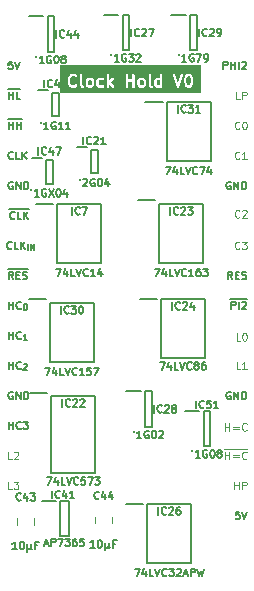
<source format=gbr>
%TF.GenerationSoftware,KiCad,Pcbnew,7.0.5*%
%TF.CreationDate,2023-12-18T11:01:32+02:00*%
%TF.ProjectId,W65C816 Clock Hold,57363543-3831-4362-9043-6c6f636b2048,rev?*%
%TF.SameCoordinates,Original*%
%TF.FileFunction,Legend,Top*%
%TF.FilePolarity,Positive*%
%FSLAX46Y46*%
G04 Gerber Fmt 4.6, Leading zero omitted, Abs format (unit mm)*
G04 Created by KiCad (PCBNEW 7.0.5) date 2023-12-18 11:01:32*
%MOMM*%
%LPD*%
G01*
G04 APERTURE LIST*
%ADD10C,0.150000*%
%ADD11C,0.100000*%
%ADD12C,0.200000*%
%ADD13C,0.120000*%
G04 APERTURE END LIST*
D10*
X87752874Y-101885963D02*
X87752874Y-101250963D01*
X87752874Y-101553344D02*
X88115731Y-101553344D01*
X88115731Y-101885963D02*
X88115731Y-101250963D01*
X88780969Y-101825486D02*
X88750731Y-101855725D01*
X88750731Y-101855725D02*
X88660017Y-101885963D01*
X88660017Y-101885963D02*
X88599541Y-101885963D01*
X88599541Y-101885963D02*
X88508826Y-101855725D01*
X88508826Y-101855725D02*
X88448350Y-101795248D01*
X88448350Y-101795248D02*
X88418112Y-101734772D01*
X88418112Y-101734772D02*
X88387874Y-101613820D01*
X88387874Y-101613820D02*
X88387874Y-101523105D01*
X88387874Y-101523105D02*
X88418112Y-101402153D01*
X88418112Y-101402153D02*
X88448350Y-101341677D01*
X88448350Y-101341677D02*
X88508826Y-101281201D01*
X88508826Y-101281201D02*
X88599541Y-101250963D01*
X88599541Y-101250963D02*
X88660017Y-101250963D01*
X88660017Y-101250963D02*
X88750731Y-101281201D01*
X88750731Y-101281201D02*
X88780969Y-101311439D01*
X88992636Y-101250963D02*
X89385731Y-101250963D01*
X89385731Y-101250963D02*
X89174064Y-101492867D01*
X89174064Y-101492867D02*
X89264779Y-101492867D01*
X89264779Y-101492867D02*
X89325255Y-101523105D01*
X89325255Y-101523105D02*
X89355493Y-101553344D01*
X89355493Y-101553344D02*
X89385731Y-101613820D01*
X89385731Y-101613820D02*
X89385731Y-101765010D01*
X89385731Y-101765010D02*
X89355493Y-101825486D01*
X89355493Y-101825486D02*
X89325255Y-101855725D01*
X89325255Y-101855725D02*
X89264779Y-101885963D01*
X89264779Y-101885963D02*
X89083350Y-101885963D01*
X89083350Y-101885963D02*
X89022874Y-101855725D01*
X89022874Y-101855725D02*
X88992636Y-101825486D01*
X106526887Y-80961201D02*
X106466411Y-80930963D01*
X106466411Y-80930963D02*
X106375697Y-80930963D01*
X106375697Y-80930963D02*
X106284982Y-80961201D01*
X106284982Y-80961201D02*
X106224506Y-81021677D01*
X106224506Y-81021677D02*
X106194268Y-81082153D01*
X106194268Y-81082153D02*
X106164030Y-81203105D01*
X106164030Y-81203105D02*
X106164030Y-81293820D01*
X106164030Y-81293820D02*
X106194268Y-81414772D01*
X106194268Y-81414772D02*
X106224506Y-81475248D01*
X106224506Y-81475248D02*
X106284982Y-81535725D01*
X106284982Y-81535725D02*
X106375697Y-81565963D01*
X106375697Y-81565963D02*
X106436173Y-81565963D01*
X106436173Y-81565963D02*
X106526887Y-81535725D01*
X106526887Y-81535725D02*
X106557125Y-81505486D01*
X106557125Y-81505486D02*
X106557125Y-81293820D01*
X106557125Y-81293820D02*
X106436173Y-81293820D01*
X106829268Y-81565963D02*
X106829268Y-80930963D01*
X106829268Y-80930963D02*
X107192125Y-81565963D01*
X107192125Y-81565963D02*
X107192125Y-80930963D01*
X107494506Y-81565963D02*
X107494506Y-80930963D01*
X107494506Y-80930963D02*
X107645696Y-80930963D01*
X107645696Y-80930963D02*
X107736411Y-80961201D01*
X107736411Y-80961201D02*
X107796887Y-81021677D01*
X107796887Y-81021677D02*
X107827125Y-81082153D01*
X107827125Y-81082153D02*
X107857363Y-81203105D01*
X107857363Y-81203105D02*
X107857363Y-81293820D01*
X107857363Y-81293820D02*
X107827125Y-81414772D01*
X107827125Y-81414772D02*
X107796887Y-81475248D01*
X107796887Y-81475248D02*
X107736411Y-81535725D01*
X107736411Y-81535725D02*
X107645696Y-81565963D01*
X107645696Y-81565963D02*
X107494506Y-81565963D01*
X88085493Y-80961201D02*
X88025017Y-80930963D01*
X88025017Y-80930963D02*
X87934303Y-80930963D01*
X87934303Y-80930963D02*
X87843588Y-80961201D01*
X87843588Y-80961201D02*
X87783112Y-81021677D01*
X87783112Y-81021677D02*
X87752874Y-81082153D01*
X87752874Y-81082153D02*
X87722636Y-81203105D01*
X87722636Y-81203105D02*
X87722636Y-81293820D01*
X87722636Y-81293820D02*
X87752874Y-81414772D01*
X87752874Y-81414772D02*
X87783112Y-81475248D01*
X87783112Y-81475248D02*
X87843588Y-81535725D01*
X87843588Y-81535725D02*
X87934303Y-81565963D01*
X87934303Y-81565963D02*
X87994779Y-81565963D01*
X87994779Y-81565963D02*
X88085493Y-81535725D01*
X88085493Y-81535725D02*
X88115731Y-81505486D01*
X88115731Y-81505486D02*
X88115731Y-81293820D01*
X88115731Y-81293820D02*
X87994779Y-81293820D01*
X88387874Y-81565963D02*
X88387874Y-80930963D01*
X88387874Y-80930963D02*
X88750731Y-81565963D01*
X88750731Y-81565963D02*
X88750731Y-80930963D01*
X89053112Y-81565963D02*
X89053112Y-80930963D01*
X89053112Y-80930963D02*
X89204302Y-80930963D01*
X89204302Y-80930963D02*
X89295017Y-80961201D01*
X89295017Y-80961201D02*
X89355493Y-81021677D01*
X89355493Y-81021677D02*
X89385731Y-81082153D01*
X89385731Y-81082153D02*
X89415969Y-81203105D01*
X89415969Y-81203105D02*
X89415969Y-81293820D01*
X89415969Y-81293820D02*
X89385731Y-81414772D01*
X89385731Y-81414772D02*
X89355493Y-81475248D01*
X89355493Y-81475248D02*
X89295017Y-81535725D01*
X89295017Y-81535725D02*
X89204302Y-81565963D01*
X89204302Y-81565963D02*
X89053112Y-81565963D01*
X87752874Y-76485963D02*
X87752874Y-75850963D01*
X87752874Y-76153344D02*
X88115731Y-76153344D01*
X88115731Y-76485963D02*
X88115731Y-75850963D01*
X88418112Y-76485963D02*
X88418112Y-75850963D01*
X88418112Y-76153344D02*
X88780969Y-76153344D01*
X88780969Y-76485963D02*
X88780969Y-75850963D01*
X87665184Y-75674675D02*
X88868660Y-75674675D01*
X88115731Y-89185963D02*
X87904064Y-88883582D01*
X87752874Y-89185963D02*
X87752874Y-88550963D01*
X87752874Y-88550963D02*
X87994779Y-88550963D01*
X87994779Y-88550963D02*
X88055255Y-88581201D01*
X88055255Y-88581201D02*
X88085493Y-88611439D01*
X88085493Y-88611439D02*
X88115731Y-88671915D01*
X88115731Y-88671915D02*
X88115731Y-88762629D01*
X88115731Y-88762629D02*
X88085493Y-88823105D01*
X88085493Y-88823105D02*
X88055255Y-88853344D01*
X88055255Y-88853344D02*
X87994779Y-88883582D01*
X87994779Y-88883582D02*
X87752874Y-88883582D01*
X88387874Y-88853344D02*
X88599541Y-88853344D01*
X88690255Y-89185963D02*
X88387874Y-89185963D01*
X88387874Y-89185963D02*
X88387874Y-88550963D01*
X88387874Y-88550963D02*
X88690255Y-88550963D01*
X88932160Y-89155725D02*
X89022874Y-89185963D01*
X89022874Y-89185963D02*
X89174065Y-89185963D01*
X89174065Y-89185963D02*
X89234541Y-89155725D01*
X89234541Y-89155725D02*
X89264779Y-89125486D01*
X89264779Y-89125486D02*
X89295017Y-89065010D01*
X89295017Y-89065010D02*
X89295017Y-89004534D01*
X89295017Y-89004534D02*
X89264779Y-88944058D01*
X89264779Y-88944058D02*
X89234541Y-88913820D01*
X89234541Y-88913820D02*
X89174065Y-88883582D01*
X89174065Y-88883582D02*
X89053112Y-88853344D01*
X89053112Y-88853344D02*
X88992636Y-88823105D01*
X88992636Y-88823105D02*
X88962398Y-88792867D01*
X88962398Y-88792867D02*
X88932160Y-88732391D01*
X88932160Y-88732391D02*
X88932160Y-88671915D01*
X88932160Y-88671915D02*
X88962398Y-88611439D01*
X88962398Y-88611439D02*
X88992636Y-88581201D01*
X88992636Y-88581201D02*
X89053112Y-88550963D01*
X89053112Y-88550963D02*
X89204303Y-88550963D01*
X89204303Y-88550963D02*
X89295017Y-88581201D01*
X87665184Y-88374675D02*
X89352470Y-88374675D01*
D11*
X107285496Y-86588086D02*
X107255258Y-86618325D01*
X107255258Y-86618325D02*
X107164544Y-86648563D01*
X107164544Y-86648563D02*
X107104068Y-86648563D01*
X107104068Y-86648563D02*
X107013353Y-86618325D01*
X107013353Y-86618325D02*
X106952877Y-86557848D01*
X106952877Y-86557848D02*
X106922639Y-86497372D01*
X106922639Y-86497372D02*
X106892401Y-86376420D01*
X106892401Y-86376420D02*
X106892401Y-86285705D01*
X106892401Y-86285705D02*
X106922639Y-86164753D01*
X106922639Y-86164753D02*
X106952877Y-86104277D01*
X106952877Y-86104277D02*
X107013353Y-86043801D01*
X107013353Y-86043801D02*
X107104068Y-86013563D01*
X107104068Y-86013563D02*
X107164544Y-86013563D01*
X107164544Y-86013563D02*
X107255258Y-86043801D01*
X107255258Y-86043801D02*
X107285496Y-86074039D01*
X107497163Y-86013563D02*
X107890258Y-86013563D01*
X107890258Y-86013563D02*
X107678591Y-86255467D01*
X107678591Y-86255467D02*
X107769306Y-86255467D01*
X107769306Y-86255467D02*
X107829782Y-86285705D01*
X107829782Y-86285705D02*
X107860020Y-86315944D01*
X107860020Y-86315944D02*
X107890258Y-86376420D01*
X107890258Y-86376420D02*
X107890258Y-86527610D01*
X107890258Y-86527610D02*
X107860020Y-86588086D01*
X107860020Y-86588086D02*
X107829782Y-86618325D01*
X107829782Y-86618325D02*
X107769306Y-86648563D01*
X107769306Y-86648563D02*
X107587877Y-86648563D01*
X107587877Y-86648563D02*
X107527401Y-86618325D01*
X107527401Y-86618325D02*
X107497163Y-86588086D01*
D10*
X88055255Y-70770963D02*
X87752874Y-70770963D01*
X87752874Y-70770963D02*
X87722636Y-71073344D01*
X87722636Y-71073344D02*
X87752874Y-71043105D01*
X87752874Y-71043105D02*
X87813350Y-71012867D01*
X87813350Y-71012867D02*
X87964541Y-71012867D01*
X87964541Y-71012867D02*
X88025017Y-71043105D01*
X88025017Y-71043105D02*
X88055255Y-71073344D01*
X88055255Y-71073344D02*
X88085493Y-71133820D01*
X88085493Y-71133820D02*
X88085493Y-71285010D01*
X88085493Y-71285010D02*
X88055255Y-71345486D01*
X88055255Y-71345486D02*
X88025017Y-71375725D01*
X88025017Y-71375725D02*
X87964541Y-71405963D01*
X87964541Y-71405963D02*
X87813350Y-71405963D01*
X87813350Y-71405963D02*
X87752874Y-71375725D01*
X87752874Y-71375725D02*
X87722636Y-71345486D01*
X88266922Y-70770963D02*
X88478588Y-71405963D01*
X88478588Y-71405963D02*
X88690255Y-70770963D01*
D11*
X106075973Y-104428563D02*
X106075973Y-103793563D01*
X106075973Y-104095944D02*
X106438830Y-104095944D01*
X106438830Y-104428563D02*
X106438830Y-103793563D01*
X106741211Y-104095944D02*
X107225021Y-104095944D01*
X107225021Y-104277372D02*
X106741211Y-104277372D01*
X107890258Y-104368086D02*
X107860020Y-104398325D01*
X107860020Y-104398325D02*
X107769306Y-104428563D01*
X107769306Y-104428563D02*
X107708830Y-104428563D01*
X107708830Y-104428563D02*
X107618115Y-104398325D01*
X107618115Y-104398325D02*
X107557639Y-104337848D01*
X107557639Y-104337848D02*
X107527401Y-104277372D01*
X107527401Y-104277372D02*
X107497163Y-104156420D01*
X107497163Y-104156420D02*
X107497163Y-104065705D01*
X107497163Y-104065705D02*
X107527401Y-103944753D01*
X107527401Y-103944753D02*
X107557639Y-103884277D01*
X107557639Y-103884277D02*
X107618115Y-103823801D01*
X107618115Y-103823801D02*
X107708830Y-103793563D01*
X107708830Y-103793563D02*
X107769306Y-103793563D01*
X107769306Y-103793563D02*
X107860020Y-103823801D01*
X107860020Y-103823801D02*
X107890258Y-103854039D01*
X105988283Y-103617275D02*
X107947711Y-103617275D01*
X107285496Y-78968086D02*
X107255258Y-78998325D01*
X107255258Y-78998325D02*
X107164544Y-79028563D01*
X107164544Y-79028563D02*
X107104068Y-79028563D01*
X107104068Y-79028563D02*
X107013353Y-78998325D01*
X107013353Y-78998325D02*
X106952877Y-78937848D01*
X106952877Y-78937848D02*
X106922639Y-78877372D01*
X106922639Y-78877372D02*
X106892401Y-78756420D01*
X106892401Y-78756420D02*
X106892401Y-78665705D01*
X106892401Y-78665705D02*
X106922639Y-78544753D01*
X106922639Y-78544753D02*
X106952877Y-78484277D01*
X106952877Y-78484277D02*
X107013353Y-78423801D01*
X107013353Y-78423801D02*
X107104068Y-78393563D01*
X107104068Y-78393563D02*
X107164544Y-78393563D01*
X107164544Y-78393563D02*
X107255258Y-78423801D01*
X107255258Y-78423801D02*
X107285496Y-78454039D01*
X107890258Y-79028563D02*
X107527401Y-79028563D01*
X107708829Y-79028563D02*
X107708829Y-78393563D01*
X107708829Y-78393563D02*
X107648353Y-78484277D01*
X107648353Y-78484277D02*
X107587877Y-78544753D01*
X107587877Y-78544753D02*
X107527401Y-78574991D01*
D10*
X106678077Y-89185963D02*
X106466410Y-88883582D01*
X106315220Y-89185963D02*
X106315220Y-88550963D01*
X106315220Y-88550963D02*
X106557125Y-88550963D01*
X106557125Y-88550963D02*
X106617601Y-88581201D01*
X106617601Y-88581201D02*
X106647839Y-88611439D01*
X106647839Y-88611439D02*
X106678077Y-88671915D01*
X106678077Y-88671915D02*
X106678077Y-88762629D01*
X106678077Y-88762629D02*
X106647839Y-88823105D01*
X106647839Y-88823105D02*
X106617601Y-88853344D01*
X106617601Y-88853344D02*
X106557125Y-88883582D01*
X106557125Y-88883582D02*
X106315220Y-88883582D01*
X106950220Y-88853344D02*
X107161887Y-88853344D01*
X107252601Y-89185963D02*
X106950220Y-89185963D01*
X106950220Y-89185963D02*
X106950220Y-88550963D01*
X106950220Y-88550963D02*
X107252601Y-88550963D01*
X107494506Y-89155725D02*
X107585220Y-89185963D01*
X107585220Y-89185963D02*
X107736411Y-89185963D01*
X107736411Y-89185963D02*
X107796887Y-89155725D01*
X107796887Y-89155725D02*
X107827125Y-89125486D01*
X107827125Y-89125486D02*
X107857363Y-89065010D01*
X107857363Y-89065010D02*
X107857363Y-89004534D01*
X107857363Y-89004534D02*
X107827125Y-88944058D01*
X107827125Y-88944058D02*
X107796887Y-88913820D01*
X107796887Y-88913820D02*
X107736411Y-88883582D01*
X107736411Y-88883582D02*
X107615458Y-88853344D01*
X107615458Y-88853344D02*
X107554982Y-88823105D01*
X107554982Y-88823105D02*
X107524744Y-88792867D01*
X107524744Y-88792867D02*
X107494506Y-88732391D01*
X107494506Y-88732391D02*
X107494506Y-88671915D01*
X107494506Y-88671915D02*
X107524744Y-88611439D01*
X107524744Y-88611439D02*
X107554982Y-88581201D01*
X107554982Y-88581201D02*
X107615458Y-88550963D01*
X107615458Y-88550963D02*
X107766649Y-88550963D01*
X107766649Y-88550963D02*
X107857363Y-88581201D01*
X88242731Y-84045486D02*
X88212493Y-84075725D01*
X88212493Y-84075725D02*
X88121779Y-84105963D01*
X88121779Y-84105963D02*
X88061303Y-84105963D01*
X88061303Y-84105963D02*
X87970588Y-84075725D01*
X87970588Y-84075725D02*
X87910112Y-84015248D01*
X87910112Y-84015248D02*
X87879874Y-83954772D01*
X87879874Y-83954772D02*
X87849636Y-83833820D01*
X87849636Y-83833820D02*
X87849636Y-83743105D01*
X87849636Y-83743105D02*
X87879874Y-83622153D01*
X87879874Y-83622153D02*
X87910112Y-83561677D01*
X87910112Y-83561677D02*
X87970588Y-83501201D01*
X87970588Y-83501201D02*
X88061303Y-83470963D01*
X88061303Y-83470963D02*
X88121779Y-83470963D01*
X88121779Y-83470963D02*
X88212493Y-83501201D01*
X88212493Y-83501201D02*
X88242731Y-83531439D01*
X88817255Y-84105963D02*
X88514874Y-84105963D01*
X88514874Y-84105963D02*
X88514874Y-83470963D01*
X89028922Y-84105963D02*
X89028922Y-83470963D01*
X89391779Y-84105963D02*
X89119636Y-83743105D01*
X89391779Y-83470963D02*
X89028922Y-83833820D01*
X87792184Y-83294675D02*
X89449232Y-83294675D01*
X88115731Y-78965486D02*
X88085493Y-78995725D01*
X88085493Y-78995725D02*
X87994779Y-79025963D01*
X87994779Y-79025963D02*
X87934303Y-79025963D01*
X87934303Y-79025963D02*
X87843588Y-78995725D01*
X87843588Y-78995725D02*
X87783112Y-78935248D01*
X87783112Y-78935248D02*
X87752874Y-78874772D01*
X87752874Y-78874772D02*
X87722636Y-78753820D01*
X87722636Y-78753820D02*
X87722636Y-78663105D01*
X87722636Y-78663105D02*
X87752874Y-78542153D01*
X87752874Y-78542153D02*
X87783112Y-78481677D01*
X87783112Y-78481677D02*
X87843588Y-78421201D01*
X87843588Y-78421201D02*
X87934303Y-78390963D01*
X87934303Y-78390963D02*
X87994779Y-78390963D01*
X87994779Y-78390963D02*
X88085493Y-78421201D01*
X88085493Y-78421201D02*
X88115731Y-78451439D01*
X88690255Y-79025963D02*
X88387874Y-79025963D01*
X88387874Y-79025963D02*
X88387874Y-78390963D01*
X88901922Y-79025963D02*
X88901922Y-78390963D01*
X89264779Y-79025963D02*
X88992636Y-78663105D01*
X89264779Y-78390963D02*
X88901922Y-78753820D01*
D11*
X107285496Y-83921086D02*
X107255258Y-83951325D01*
X107255258Y-83951325D02*
X107164544Y-83981563D01*
X107164544Y-83981563D02*
X107104068Y-83981563D01*
X107104068Y-83981563D02*
X107013353Y-83951325D01*
X107013353Y-83951325D02*
X106952877Y-83890848D01*
X106952877Y-83890848D02*
X106922639Y-83830372D01*
X106922639Y-83830372D02*
X106892401Y-83709420D01*
X106892401Y-83709420D02*
X106892401Y-83618705D01*
X106892401Y-83618705D02*
X106922639Y-83497753D01*
X106922639Y-83497753D02*
X106952877Y-83437277D01*
X106952877Y-83437277D02*
X107013353Y-83376801D01*
X107013353Y-83376801D02*
X107104068Y-83346563D01*
X107104068Y-83346563D02*
X107164544Y-83346563D01*
X107164544Y-83346563D02*
X107255258Y-83376801D01*
X107255258Y-83376801D02*
X107285496Y-83407039D01*
X107527401Y-83407039D02*
X107557639Y-83376801D01*
X107557639Y-83376801D02*
X107618115Y-83346563D01*
X107618115Y-83346563D02*
X107769306Y-83346563D01*
X107769306Y-83346563D02*
X107829782Y-83376801D01*
X107829782Y-83376801D02*
X107860020Y-83407039D01*
X107860020Y-83407039D02*
X107890258Y-83467515D01*
X107890258Y-83467515D02*
X107890258Y-83527991D01*
X107890258Y-83527991D02*
X107860020Y-83618705D01*
X107860020Y-83618705D02*
X107497163Y-83981563D01*
X107497163Y-83981563D02*
X107890258Y-83981563D01*
X107285496Y-76428086D02*
X107255258Y-76458325D01*
X107255258Y-76458325D02*
X107164544Y-76488563D01*
X107164544Y-76488563D02*
X107104068Y-76488563D01*
X107104068Y-76488563D02*
X107013353Y-76458325D01*
X107013353Y-76458325D02*
X106952877Y-76397848D01*
X106952877Y-76397848D02*
X106922639Y-76337372D01*
X106922639Y-76337372D02*
X106892401Y-76216420D01*
X106892401Y-76216420D02*
X106892401Y-76125705D01*
X106892401Y-76125705D02*
X106922639Y-76004753D01*
X106922639Y-76004753D02*
X106952877Y-75944277D01*
X106952877Y-75944277D02*
X107013353Y-75883801D01*
X107013353Y-75883801D02*
X107104068Y-75853563D01*
X107104068Y-75853563D02*
X107164544Y-75853563D01*
X107164544Y-75853563D02*
X107255258Y-75883801D01*
X107255258Y-75883801D02*
X107285496Y-75914039D01*
X107678591Y-75853563D02*
X107739068Y-75853563D01*
X107739068Y-75853563D02*
X107799544Y-75883801D01*
X107799544Y-75883801D02*
X107829782Y-75914039D01*
X107829782Y-75914039D02*
X107860020Y-75974515D01*
X107860020Y-75974515D02*
X107890258Y-76095467D01*
X107890258Y-76095467D02*
X107890258Y-76246658D01*
X107890258Y-76246658D02*
X107860020Y-76367610D01*
X107860020Y-76367610D02*
X107829782Y-76428086D01*
X107829782Y-76428086D02*
X107799544Y-76458325D01*
X107799544Y-76458325D02*
X107739068Y-76488563D01*
X107739068Y-76488563D02*
X107678591Y-76488563D01*
X107678591Y-76488563D02*
X107618115Y-76458325D01*
X107618115Y-76458325D02*
X107587877Y-76428086D01*
X107587877Y-76428086D02*
X107557639Y-76367610D01*
X107557639Y-76367610D02*
X107527401Y-76246658D01*
X107527401Y-76246658D02*
X107527401Y-76095467D01*
X107527401Y-76095467D02*
X107557639Y-75974515D01*
X107557639Y-75974515D02*
X107587877Y-75914039D01*
X107587877Y-75914039D02*
X107618115Y-75883801D01*
X107618115Y-75883801D02*
X107678591Y-75853563D01*
D10*
X106587363Y-91725963D02*
X106587363Y-91090963D01*
X106587363Y-91090963D02*
X106829268Y-91090963D01*
X106829268Y-91090963D02*
X106889744Y-91121201D01*
X106889744Y-91121201D02*
X106919982Y-91151439D01*
X106919982Y-91151439D02*
X106950220Y-91211915D01*
X106950220Y-91211915D02*
X106950220Y-91302629D01*
X106950220Y-91302629D02*
X106919982Y-91363105D01*
X106919982Y-91363105D02*
X106889744Y-91393344D01*
X106889744Y-91393344D02*
X106829268Y-91423582D01*
X106829268Y-91423582D02*
X106587363Y-91423582D01*
X107222363Y-91725963D02*
X107222363Y-91090963D01*
X107494506Y-91151439D02*
X107524744Y-91121201D01*
X107524744Y-91121201D02*
X107585220Y-91090963D01*
X107585220Y-91090963D02*
X107736411Y-91090963D01*
X107736411Y-91090963D02*
X107796887Y-91121201D01*
X107796887Y-91121201D02*
X107827125Y-91151439D01*
X107827125Y-91151439D02*
X107857363Y-91211915D01*
X107857363Y-91211915D02*
X107857363Y-91272391D01*
X107857363Y-91272391D02*
X107827125Y-91363105D01*
X107827125Y-91363105D02*
X107464268Y-91725963D01*
X107464268Y-91725963D02*
X107857363Y-91725963D01*
X106499673Y-90914675D02*
X107914816Y-90914675D01*
D11*
X106862163Y-106968563D02*
X106862163Y-106333563D01*
X106862163Y-106635944D02*
X107225020Y-106635944D01*
X107225020Y-106968563D02*
X107225020Y-106333563D01*
X107527401Y-106968563D02*
X107527401Y-106333563D01*
X107527401Y-106333563D02*
X107769306Y-106333563D01*
X107769306Y-106333563D02*
X107829782Y-106363801D01*
X107829782Y-106363801D02*
X107860020Y-106394039D01*
X107860020Y-106394039D02*
X107890258Y-106454515D01*
X107890258Y-106454515D02*
X107890258Y-106545229D01*
X107890258Y-106545229D02*
X107860020Y-106605705D01*
X107860020Y-106605705D02*
X107829782Y-106635944D01*
X107829782Y-106635944D02*
X107769306Y-106666182D01*
X107769306Y-106666182D02*
X107527401Y-106666182D01*
D10*
X88085493Y-98741201D02*
X88025017Y-98710963D01*
X88025017Y-98710963D02*
X87934303Y-98710963D01*
X87934303Y-98710963D02*
X87843588Y-98741201D01*
X87843588Y-98741201D02*
X87783112Y-98801677D01*
X87783112Y-98801677D02*
X87752874Y-98862153D01*
X87752874Y-98862153D02*
X87722636Y-98983105D01*
X87722636Y-98983105D02*
X87722636Y-99073820D01*
X87722636Y-99073820D02*
X87752874Y-99194772D01*
X87752874Y-99194772D02*
X87783112Y-99255248D01*
X87783112Y-99255248D02*
X87843588Y-99315725D01*
X87843588Y-99315725D02*
X87934303Y-99345963D01*
X87934303Y-99345963D02*
X87994779Y-99345963D01*
X87994779Y-99345963D02*
X88085493Y-99315725D01*
X88085493Y-99315725D02*
X88115731Y-99285486D01*
X88115731Y-99285486D02*
X88115731Y-99073820D01*
X88115731Y-99073820D02*
X87994779Y-99073820D01*
X88387874Y-99345963D02*
X88387874Y-98710963D01*
X88387874Y-98710963D02*
X88750731Y-99345963D01*
X88750731Y-99345963D02*
X88750731Y-98710963D01*
X89053112Y-99345963D02*
X89053112Y-98710963D01*
X89053112Y-98710963D02*
X89204302Y-98710963D01*
X89204302Y-98710963D02*
X89295017Y-98741201D01*
X89295017Y-98741201D02*
X89355493Y-98801677D01*
X89355493Y-98801677D02*
X89385731Y-98862153D01*
X89385731Y-98862153D02*
X89415969Y-98983105D01*
X89415969Y-98983105D02*
X89415969Y-99073820D01*
X89415969Y-99073820D02*
X89385731Y-99194772D01*
X89385731Y-99194772D02*
X89355493Y-99255248D01*
X89355493Y-99255248D02*
X89295017Y-99315725D01*
X89295017Y-99315725D02*
X89204302Y-99345963D01*
X89204302Y-99345963D02*
X89053112Y-99345963D01*
X107282839Y-108870963D02*
X106980458Y-108870963D01*
X106980458Y-108870963D02*
X106950220Y-109173344D01*
X106950220Y-109173344D02*
X106980458Y-109143105D01*
X106980458Y-109143105D02*
X107040934Y-109112867D01*
X107040934Y-109112867D02*
X107192125Y-109112867D01*
X107192125Y-109112867D02*
X107252601Y-109143105D01*
X107252601Y-109143105D02*
X107282839Y-109173344D01*
X107282839Y-109173344D02*
X107313077Y-109233820D01*
X107313077Y-109233820D02*
X107313077Y-109385010D01*
X107313077Y-109385010D02*
X107282839Y-109445486D01*
X107282839Y-109445486D02*
X107252601Y-109475725D01*
X107252601Y-109475725D02*
X107192125Y-109505963D01*
X107192125Y-109505963D02*
X107040934Y-109505963D01*
X107040934Y-109505963D02*
X106980458Y-109475725D01*
X106980458Y-109475725D02*
X106950220Y-109445486D01*
X107494506Y-108870963D02*
X107706172Y-109505963D01*
X107706172Y-109505963D02*
X107917839Y-108870963D01*
X106526887Y-98741201D02*
X106466411Y-98710963D01*
X106466411Y-98710963D02*
X106375697Y-98710963D01*
X106375697Y-98710963D02*
X106284982Y-98741201D01*
X106284982Y-98741201D02*
X106224506Y-98801677D01*
X106224506Y-98801677D02*
X106194268Y-98862153D01*
X106194268Y-98862153D02*
X106164030Y-98983105D01*
X106164030Y-98983105D02*
X106164030Y-99073820D01*
X106164030Y-99073820D02*
X106194268Y-99194772D01*
X106194268Y-99194772D02*
X106224506Y-99255248D01*
X106224506Y-99255248D02*
X106284982Y-99315725D01*
X106284982Y-99315725D02*
X106375697Y-99345963D01*
X106375697Y-99345963D02*
X106436173Y-99345963D01*
X106436173Y-99345963D02*
X106526887Y-99315725D01*
X106526887Y-99315725D02*
X106557125Y-99285486D01*
X106557125Y-99285486D02*
X106557125Y-99073820D01*
X106557125Y-99073820D02*
X106436173Y-99073820D01*
X106829268Y-99345963D02*
X106829268Y-98710963D01*
X106829268Y-98710963D02*
X107192125Y-99345963D01*
X107192125Y-99345963D02*
X107192125Y-98710963D01*
X107494506Y-99345963D02*
X107494506Y-98710963D01*
X107494506Y-98710963D02*
X107645696Y-98710963D01*
X107645696Y-98710963D02*
X107736411Y-98741201D01*
X107736411Y-98741201D02*
X107796887Y-98801677D01*
X107796887Y-98801677D02*
X107827125Y-98862153D01*
X107827125Y-98862153D02*
X107857363Y-98983105D01*
X107857363Y-98983105D02*
X107857363Y-99073820D01*
X107857363Y-99073820D02*
X107827125Y-99194772D01*
X107827125Y-99194772D02*
X107796887Y-99255248D01*
X107796887Y-99255248D02*
X107736411Y-99315725D01*
X107736411Y-99315725D02*
X107645696Y-99345963D01*
X107645696Y-99345963D02*
X107494506Y-99345963D01*
X105922125Y-71405963D02*
X105922125Y-70770963D01*
X105922125Y-70770963D02*
X106164030Y-70770963D01*
X106164030Y-70770963D02*
X106224506Y-70801201D01*
X106224506Y-70801201D02*
X106254744Y-70831439D01*
X106254744Y-70831439D02*
X106284982Y-70891915D01*
X106284982Y-70891915D02*
X106284982Y-70982629D01*
X106284982Y-70982629D02*
X106254744Y-71043105D01*
X106254744Y-71043105D02*
X106224506Y-71073344D01*
X106224506Y-71073344D02*
X106164030Y-71103582D01*
X106164030Y-71103582D02*
X105922125Y-71103582D01*
X106557125Y-71405963D02*
X106557125Y-70770963D01*
X106557125Y-71073344D02*
X106919982Y-71073344D01*
X106919982Y-71405963D02*
X106919982Y-70770963D01*
X107222363Y-71405963D02*
X107222363Y-70770963D01*
X107494506Y-70831439D02*
X107524744Y-70801201D01*
X107524744Y-70801201D02*
X107585220Y-70770963D01*
X107585220Y-70770963D02*
X107736411Y-70770963D01*
X107736411Y-70770963D02*
X107796887Y-70801201D01*
X107796887Y-70801201D02*
X107827125Y-70831439D01*
X107827125Y-70831439D02*
X107857363Y-70891915D01*
X107857363Y-70891915D02*
X107857363Y-70952391D01*
X107857363Y-70952391D02*
X107827125Y-71043105D01*
X107827125Y-71043105D02*
X107464268Y-71405963D01*
X107464268Y-71405963D02*
X107857363Y-71405963D01*
X87752874Y-73945963D02*
X87752874Y-73310963D01*
X87752874Y-73613344D02*
X88115731Y-73613344D01*
X88115731Y-73945963D02*
X88115731Y-73310963D01*
X88720493Y-73945963D02*
X88418112Y-73945963D01*
X88418112Y-73945963D02*
X88418112Y-73310963D01*
X87665184Y-73134675D02*
X88717470Y-73134675D01*
D12*
G36*
X94722858Y-72355356D02*
G01*
X94747527Y-72380025D01*
X94777332Y-72439634D01*
X94777332Y-72678135D01*
X94747528Y-72737743D01*
X94722857Y-72762414D01*
X94663250Y-72792219D01*
X94567605Y-72792219D01*
X94507998Y-72762415D01*
X94483327Y-72737743D01*
X94453523Y-72678135D01*
X94453523Y-72439634D01*
X94483327Y-72380025D01*
X94507996Y-72355356D01*
X94567605Y-72325552D01*
X94663250Y-72325552D01*
X94722858Y-72355356D01*
G37*
G36*
X99103811Y-72355356D02*
G01*
X99128481Y-72380026D01*
X99158285Y-72439633D01*
X99158285Y-72678136D01*
X99128481Y-72737743D01*
X99103810Y-72762414D01*
X99044203Y-72792219D01*
X98948558Y-72792219D01*
X98888951Y-72762415D01*
X98864280Y-72737743D01*
X98834476Y-72678135D01*
X98834476Y-72439634D01*
X98864280Y-72380025D01*
X98888950Y-72355356D01*
X98948558Y-72325552D01*
X99044203Y-72325552D01*
X99103811Y-72355356D01*
G37*
G36*
X100539238Y-72334974D02*
G01*
X100539238Y-72782796D01*
X100520394Y-72792219D01*
X100377130Y-72792219D01*
X100317523Y-72762415D01*
X100292852Y-72737743D01*
X100263048Y-72678135D01*
X100263048Y-72439634D01*
X100292852Y-72380025D01*
X100317522Y-72355355D01*
X100377130Y-72325552D01*
X100520394Y-72325552D01*
X100539238Y-72334974D01*
G37*
G36*
X103056193Y-72022023D02*
G01*
X103080863Y-72046693D01*
X103116314Y-72117595D01*
X103158286Y-72285482D01*
X103158286Y-72498954D01*
X103116314Y-72666841D01*
X103080863Y-72737743D01*
X103056192Y-72762414D01*
X102996585Y-72792219D01*
X102948559Y-72792219D01*
X102888952Y-72762415D01*
X102864281Y-72737743D01*
X102828829Y-72666840D01*
X102786858Y-72498954D01*
X102786858Y-72285483D01*
X102828829Y-72117595D01*
X102864281Y-72046692D01*
X102888951Y-72022022D01*
X102948559Y-71992219D01*
X102996585Y-71992219D01*
X103056193Y-72022023D01*
G37*
G36*
X104041620Y-73467857D02*
G01*
X92046380Y-73467857D01*
X92046380Y-72459414D01*
X92725577Y-72459414D01*
X92729713Y-72475958D01*
X92729713Y-72478026D01*
X92733192Y-72489876D01*
X92775997Y-72661096D01*
X92774758Y-72672581D01*
X92782979Y-72689023D01*
X92783805Y-72692326D01*
X92789390Y-72701846D01*
X92829900Y-72782865D01*
X92833477Y-72799308D01*
X92852959Y-72818790D01*
X92871729Y-72838969D01*
X92873621Y-72839452D01*
X92945666Y-72911498D01*
X92960710Y-72930183D01*
X92980095Y-72936644D01*
X92998035Y-72946441D01*
X93007461Y-72945766D01*
X93119527Y-72983121D01*
X93133683Y-72992219D01*
X93161238Y-72992219D01*
X93188775Y-72993215D01*
X93190455Y-72992219D01*
X93245744Y-72992219D01*
X93262051Y-72996373D01*
X93288190Y-72987659D01*
X93314631Y-72979896D01*
X93315910Y-72978419D01*
X93427649Y-72941172D01*
X93451090Y-72936073D01*
X93465542Y-72921620D01*
X93482322Y-72909959D01*
X93485933Y-72901228D01*
X93529639Y-72857522D01*
X93550600Y-72819133D01*
X93546929Y-72767819D01*
X93774758Y-72767819D01*
X93783896Y-72786096D01*
X93789655Y-72805708D01*
X93796795Y-72811895D01*
X93824115Y-72866535D01*
X93823978Y-72870420D01*
X93837122Y-72892550D01*
X93841938Y-72902182D01*
X93844441Y-72904873D01*
X93853967Y-72920911D01*
X93864049Y-72925952D01*
X93871729Y-72934208D01*
X93889805Y-72938830D01*
X93988328Y-72988092D01*
X94031377Y-72995839D01*
X94085622Y-72973341D01*
X94119092Y-72925088D01*
X94121162Y-72866399D01*
X94091173Y-72815908D01*
X93999486Y-72770064D01*
X93977331Y-72725755D01*
X93977331Y-72427216D01*
X94249903Y-72427216D01*
X94253523Y-72435944D01*
X94253523Y-72696356D01*
X94250949Y-72720200D01*
X94260087Y-72738476D01*
X94265846Y-72758089D01*
X94272987Y-72764277D01*
X94306091Y-72830484D01*
X94309668Y-72846927D01*
X94329151Y-72866410D01*
X94347920Y-72886588D01*
X94349812Y-72887071D01*
X94369184Y-72906444D01*
X94377777Y-72920911D01*
X94402415Y-72933230D01*
X94426606Y-72946440D01*
X94428555Y-72946300D01*
X94494460Y-72979253D01*
X94514636Y-72992219D01*
X94535071Y-72992219D01*
X94555187Y-72995839D01*
X94563915Y-72992219D01*
X94681471Y-72992219D01*
X94705314Y-72994793D01*
X94723590Y-72985654D01*
X94743203Y-72979896D01*
X94749391Y-72972754D01*
X94815599Y-72939650D01*
X94832043Y-72936073D01*
X94851528Y-72916587D01*
X94871702Y-72897822D01*
X94872186Y-72895928D01*
X94891559Y-72876555D01*
X94906024Y-72867964D01*
X94918341Y-72843329D01*
X94931553Y-72819133D01*
X94931413Y-72817185D01*
X94964366Y-72751280D01*
X94977332Y-72731105D01*
X94977332Y-72710669D01*
X94980952Y-72690554D01*
X94977332Y-72681825D01*
X94977332Y-72427216D01*
X95154665Y-72427216D01*
X95158285Y-72435944D01*
X95158284Y-72696356D01*
X95155711Y-72720200D01*
X95164849Y-72738476D01*
X95170608Y-72758089D01*
X95177749Y-72764277D01*
X95210853Y-72830484D01*
X95214430Y-72846927D01*
X95233913Y-72866410D01*
X95252682Y-72886588D01*
X95254574Y-72887071D01*
X95273946Y-72906444D01*
X95282539Y-72920911D01*
X95307177Y-72933230D01*
X95331368Y-72946440D01*
X95333317Y-72946300D01*
X95399222Y-72979253D01*
X95419398Y-72992219D01*
X95439833Y-72992219D01*
X95459949Y-72995839D01*
X95468677Y-72992219D01*
X95633852Y-72992219D01*
X95657695Y-72994793D01*
X95675971Y-72985654D01*
X95695584Y-72979896D01*
X95701772Y-72972754D01*
X95792057Y-72927612D01*
X95824083Y-72897822D01*
X95838632Y-72840927D01*
X95820112Y-72785199D01*
X95774402Y-72748329D01*
X95716016Y-72742026D01*
X95615631Y-72792219D01*
X95472367Y-72792219D01*
X95412760Y-72762415D01*
X95388089Y-72737743D01*
X95358285Y-72678135D01*
X95358285Y-72584350D01*
X96061207Y-72584350D01*
X96063047Y-72610079D01*
X96063047Y-72906598D01*
X96075370Y-72948566D01*
X96119752Y-72987023D01*
X96177879Y-72995380D01*
X96231298Y-72970985D01*
X96263047Y-72921582D01*
X96263047Y-72684282D01*
X96472626Y-72963722D01*
X96507666Y-72989903D01*
X96566245Y-72994039D01*
X96617761Y-72965849D01*
X96645859Y-72914281D01*
X96641617Y-72855710D01*
X96390322Y-72520649D01*
X96527731Y-72383241D01*
X97631315Y-72383241D01*
X97634476Y-72390162D01*
X97634476Y-72906598D01*
X97646799Y-72948566D01*
X97691181Y-72987023D01*
X97749308Y-72995380D01*
X97802727Y-72970985D01*
X97834476Y-72921582D01*
X97834476Y-72468409D01*
X98205904Y-72468409D01*
X98205904Y-72906598D01*
X98218227Y-72948566D01*
X98262609Y-72987023D01*
X98320736Y-72995380D01*
X98374155Y-72970985D01*
X98405904Y-72921582D01*
X98405904Y-72427216D01*
X98630856Y-72427216D01*
X98634476Y-72435944D01*
X98634476Y-72696356D01*
X98631902Y-72720200D01*
X98641040Y-72738476D01*
X98646799Y-72758089D01*
X98653940Y-72764277D01*
X98687044Y-72830484D01*
X98690621Y-72846927D01*
X98710104Y-72866410D01*
X98728873Y-72886588D01*
X98730765Y-72887071D01*
X98750137Y-72906444D01*
X98758730Y-72920911D01*
X98783368Y-72933230D01*
X98807559Y-72946440D01*
X98809508Y-72946300D01*
X98875413Y-72979253D01*
X98895589Y-72992219D01*
X98916024Y-72992219D01*
X98936140Y-72995839D01*
X98944868Y-72992219D01*
X99062424Y-72992219D01*
X99086267Y-72994793D01*
X99104543Y-72985654D01*
X99124156Y-72979896D01*
X99130344Y-72972754D01*
X99196552Y-72939650D01*
X99212996Y-72936073D01*
X99232481Y-72916587D01*
X99252655Y-72897822D01*
X99253139Y-72895928D01*
X99272512Y-72876555D01*
X99286977Y-72867964D01*
X99299294Y-72843329D01*
X99312506Y-72819133D01*
X99312366Y-72817185D01*
X99337049Y-72767819D01*
X99584283Y-72767819D01*
X99593421Y-72786096D01*
X99599180Y-72805708D01*
X99606320Y-72811895D01*
X99633640Y-72866535D01*
X99633503Y-72870420D01*
X99646647Y-72892550D01*
X99651463Y-72902182D01*
X99653966Y-72904873D01*
X99663492Y-72920911D01*
X99673574Y-72925952D01*
X99681254Y-72934208D01*
X99699330Y-72938830D01*
X99797853Y-72988092D01*
X99840902Y-72995839D01*
X99895147Y-72973341D01*
X99928617Y-72925088D01*
X99930687Y-72866399D01*
X99900698Y-72815908D01*
X99809011Y-72770064D01*
X99786857Y-72725755D01*
X99786857Y-72427216D01*
X100059428Y-72427216D01*
X100063048Y-72435944D01*
X100063048Y-72696356D01*
X100060474Y-72720200D01*
X100069612Y-72738476D01*
X100075371Y-72758089D01*
X100082512Y-72764277D01*
X100115616Y-72830484D01*
X100119193Y-72846927D01*
X100138676Y-72866410D01*
X100157445Y-72886588D01*
X100159337Y-72887071D01*
X100178709Y-72906444D01*
X100187302Y-72920911D01*
X100211940Y-72933230D01*
X100236131Y-72946440D01*
X100238080Y-72946300D01*
X100303985Y-72979253D01*
X100324161Y-72992219D01*
X100344596Y-72992219D01*
X100364712Y-72995839D01*
X100373440Y-72992219D01*
X100538615Y-72992219D01*
X100562458Y-72994793D01*
X100580734Y-72985654D01*
X100590914Y-72982665D01*
X100595943Y-72987023D01*
X100654070Y-72995380D01*
X100707489Y-72970985D01*
X100739238Y-72921582D01*
X100739238Y-72857183D01*
X100743395Y-72840927D01*
X100739238Y-72828418D01*
X100739238Y-72274937D01*
X100740211Y-72247351D01*
X100739238Y-72245712D01*
X100739238Y-71895986D01*
X101630323Y-71895986D01*
X101967221Y-72906679D01*
X101966814Y-72917949D01*
X101976329Y-72934002D01*
X101977489Y-72937482D01*
X101983623Y-72946309D01*
X101996757Y-72968467D01*
X102000233Y-72970209D01*
X102002451Y-72973400D01*
X102026242Y-72983242D01*
X102049259Y-72994776D01*
X102053122Y-72994362D01*
X102056716Y-72995849D01*
X102082046Y-72991266D01*
X102107651Y-72988526D01*
X102110681Y-72986086D01*
X102114503Y-72985395D01*
X102133329Y-72967851D01*
X102153393Y-72951698D01*
X102154622Y-72948009D01*
X102157466Y-72945360D01*
X102163822Y-72920409D01*
X102301614Y-72507033D01*
X102582722Y-72507033D01*
X102586858Y-72523577D01*
X102586858Y-72525645D01*
X102590337Y-72537495D01*
X102633142Y-72708715D01*
X102631903Y-72720200D01*
X102640124Y-72736642D01*
X102640950Y-72739945D01*
X102646535Y-72749465D01*
X102687045Y-72830484D01*
X102690622Y-72846927D01*
X102710105Y-72866410D01*
X102728874Y-72886588D01*
X102730766Y-72887071D01*
X102750138Y-72906444D01*
X102758731Y-72920911D01*
X102783369Y-72933230D01*
X102807560Y-72946440D01*
X102809509Y-72946300D01*
X102875414Y-72979253D01*
X102895590Y-72992219D01*
X102916025Y-72992219D01*
X102936141Y-72995839D01*
X102944869Y-72992219D01*
X103014806Y-72992219D01*
X103038649Y-72994793D01*
X103056925Y-72985654D01*
X103076538Y-72979896D01*
X103082726Y-72972754D01*
X103148934Y-72939650D01*
X103165378Y-72936073D01*
X103184863Y-72916587D01*
X103205037Y-72897822D01*
X103205521Y-72895928D01*
X103224894Y-72876555D01*
X103239359Y-72867964D01*
X103251676Y-72843329D01*
X103264888Y-72819133D01*
X103264748Y-72817185D01*
X103292143Y-72762395D01*
X103300560Y-72754482D01*
X103305019Y-72736643D01*
X103306540Y-72733603D01*
X103308493Y-72722748D01*
X103351309Y-72551485D01*
X103358286Y-72540629D01*
X103358286Y-72523578D01*
X103358788Y-72521570D01*
X103358286Y-72509223D01*
X103358286Y-72289629D01*
X103362422Y-72277404D01*
X103358286Y-72260859D01*
X103358286Y-72258792D01*
X103354806Y-72246941D01*
X103312001Y-72075720D01*
X103313241Y-72064236D01*
X103305019Y-72047792D01*
X103304194Y-72044492D01*
X103298610Y-72034975D01*
X103258097Y-71953949D01*
X103254521Y-71937509D01*
X103235046Y-71918034D01*
X103216270Y-71897848D01*
X103214375Y-71897363D01*
X103195005Y-71877993D01*
X103186413Y-71863527D01*
X103161778Y-71851209D01*
X103137583Y-71837998D01*
X103135633Y-71838137D01*
X103069732Y-71805186D01*
X103049554Y-71792219D01*
X103029118Y-71792219D01*
X103009003Y-71788599D01*
X103000275Y-71792219D01*
X102930337Y-71792219D01*
X102906494Y-71789645D01*
X102888216Y-71798783D01*
X102868606Y-71804542D01*
X102862418Y-71811683D01*
X102796207Y-71844788D01*
X102779767Y-71848365D01*
X102760292Y-71867839D01*
X102740106Y-71886616D01*
X102739621Y-71888510D01*
X102720251Y-71907880D01*
X102705785Y-71916473D01*
X102693467Y-71941107D01*
X102680256Y-71965303D01*
X102680395Y-71967252D01*
X102653001Y-72022040D01*
X102644584Y-72029955D01*
X102640124Y-72047795D01*
X102638604Y-72050835D01*
X102636651Y-72061686D01*
X102593834Y-72232951D01*
X102586858Y-72243808D01*
X102586858Y-72260859D01*
X102586356Y-72262867D01*
X102586858Y-72275213D01*
X102586858Y-72494807D01*
X102582722Y-72507033D01*
X102301614Y-72507033D01*
X102500558Y-71910201D01*
X102502139Y-71866490D01*
X102472196Y-71815972D01*
X102419694Y-71789662D01*
X102361302Y-71795913D01*
X102315560Y-71832740D01*
X102067810Y-72575990D01*
X101824798Y-71846955D01*
X101799836Y-71811038D01*
X101745571Y-71788589D01*
X101687784Y-71799042D01*
X101644820Y-71839078D01*
X101630323Y-71895986D01*
X100739238Y-71895986D01*
X100739238Y-71877840D01*
X100726915Y-71835872D01*
X100682533Y-71797415D01*
X100624406Y-71789058D01*
X100570987Y-71813453D01*
X100539238Y-71862856D01*
X100539238Y-72123088D01*
X100532812Y-72121932D01*
X100524084Y-72125552D01*
X100358908Y-72125552D01*
X100335065Y-72122978D01*
X100316787Y-72132116D01*
X100297177Y-72137875D01*
X100290989Y-72145016D01*
X100224778Y-72178121D01*
X100208338Y-72181698D01*
X100188863Y-72201172D01*
X100168677Y-72219949D01*
X100168192Y-72221843D01*
X100148822Y-72241213D01*
X100134356Y-72249806D01*
X100122038Y-72274440D01*
X100108827Y-72298636D01*
X100108966Y-72300585D01*
X100076015Y-72366486D01*
X100063048Y-72386665D01*
X100063048Y-72407100D01*
X100059428Y-72427216D01*
X99786857Y-72427216D01*
X99786857Y-71877840D01*
X99774534Y-71835872D01*
X99730152Y-71797415D01*
X99672025Y-71789058D01*
X99618606Y-71813453D01*
X99586857Y-71862856D01*
X99586857Y-72743975D01*
X99584283Y-72767819D01*
X99337049Y-72767819D01*
X99345319Y-72751280D01*
X99358285Y-72731105D01*
X99358285Y-72710669D01*
X99361905Y-72690554D01*
X99358285Y-72681825D01*
X99358284Y-72421412D01*
X99360859Y-72397569D01*
X99351720Y-72379291D01*
X99345962Y-72359681D01*
X99338820Y-72353493D01*
X99305715Y-72287282D01*
X99302139Y-72270842D01*
X99282664Y-72251367D01*
X99263888Y-72231181D01*
X99261993Y-72230696D01*
X99242623Y-72211326D01*
X99234031Y-72196860D01*
X99209396Y-72184542D01*
X99185201Y-72171331D01*
X99183251Y-72171470D01*
X99117350Y-72138519D01*
X99097172Y-72125552D01*
X99076736Y-72125552D01*
X99056621Y-72121932D01*
X99047893Y-72125552D01*
X98930336Y-72125552D01*
X98906493Y-72122978D01*
X98888215Y-72132116D01*
X98868605Y-72137875D01*
X98862417Y-72145016D01*
X98796206Y-72178121D01*
X98779766Y-72181698D01*
X98760291Y-72201172D01*
X98740105Y-72219949D01*
X98739620Y-72221843D01*
X98720250Y-72241213D01*
X98705784Y-72249806D01*
X98693466Y-72274440D01*
X98680255Y-72298636D01*
X98680394Y-72300585D01*
X98647443Y-72366486D01*
X98634476Y-72386665D01*
X98634476Y-72407100D01*
X98630856Y-72427216D01*
X98405904Y-72427216D01*
X98405904Y-72375563D01*
X98409065Y-72353577D01*
X98405904Y-72346655D01*
X98405904Y-71877840D01*
X98393581Y-71835872D01*
X98349199Y-71797415D01*
X98291072Y-71789058D01*
X98237653Y-71813453D01*
X98205904Y-71862856D01*
X98205904Y-72268409D01*
X97834476Y-72268409D01*
X97834476Y-71877840D01*
X97822153Y-71835872D01*
X97777771Y-71797415D01*
X97719644Y-71789058D01*
X97666225Y-71813453D01*
X97634476Y-71862856D01*
X97634476Y-72361254D01*
X97631315Y-72383241D01*
X96527731Y-72383241D01*
X96624877Y-72286096D01*
X96645839Y-72247706D01*
X96641649Y-72189130D01*
X96606457Y-72142119D01*
X96551434Y-72121596D01*
X96494051Y-72134079D01*
X96263047Y-72365083D01*
X96263047Y-71877840D01*
X96250724Y-71835872D01*
X96206342Y-71797415D01*
X96148215Y-71789058D01*
X96094796Y-71813453D01*
X96063047Y-71862856D01*
X96063047Y-72580980D01*
X96061207Y-72584350D01*
X95358285Y-72584350D01*
X95358285Y-72439634D01*
X95388089Y-72380025D01*
X95412759Y-72355356D01*
X95472367Y-72325552D01*
X95615631Y-72325552D01*
X95702614Y-72369044D01*
X95745663Y-72376791D01*
X95799908Y-72354293D01*
X95833378Y-72306040D01*
X95835448Y-72247351D01*
X95805459Y-72196860D01*
X95688778Y-72138519D01*
X95668600Y-72125552D01*
X95648164Y-72125552D01*
X95628049Y-72121932D01*
X95619321Y-72125552D01*
X95454145Y-72125552D01*
X95430302Y-72122978D01*
X95412024Y-72132116D01*
X95392414Y-72137875D01*
X95386226Y-72145016D01*
X95320015Y-72178121D01*
X95303575Y-72181698D01*
X95284100Y-72201172D01*
X95263914Y-72219949D01*
X95263429Y-72221843D01*
X95244059Y-72241213D01*
X95229593Y-72249806D01*
X95217275Y-72274440D01*
X95204064Y-72298636D01*
X95204203Y-72300585D01*
X95171252Y-72366486D01*
X95158285Y-72386665D01*
X95158285Y-72407100D01*
X95154665Y-72427216D01*
X94977332Y-72427216D01*
X94977332Y-72421412D01*
X94979906Y-72397569D01*
X94970767Y-72379291D01*
X94965009Y-72359681D01*
X94957867Y-72353493D01*
X94924762Y-72287282D01*
X94921186Y-72270842D01*
X94901711Y-72251367D01*
X94882935Y-72231181D01*
X94881040Y-72230696D01*
X94861670Y-72211326D01*
X94853078Y-72196860D01*
X94828443Y-72184542D01*
X94804248Y-72171331D01*
X94802298Y-72171470D01*
X94736397Y-72138519D01*
X94716219Y-72125552D01*
X94695783Y-72125552D01*
X94675668Y-72121932D01*
X94666940Y-72125552D01*
X94549383Y-72125552D01*
X94525540Y-72122978D01*
X94507262Y-72132116D01*
X94487652Y-72137875D01*
X94481464Y-72145016D01*
X94415253Y-72178121D01*
X94398813Y-72181698D01*
X94379338Y-72201172D01*
X94359152Y-72219949D01*
X94358667Y-72221843D01*
X94339297Y-72241213D01*
X94324831Y-72249806D01*
X94312513Y-72274440D01*
X94299302Y-72298636D01*
X94299441Y-72300585D01*
X94266490Y-72366486D01*
X94253523Y-72386665D01*
X94253523Y-72407100D01*
X94249903Y-72427216D01*
X93977331Y-72427216D01*
X93977332Y-71877840D01*
X93965009Y-71835872D01*
X93920627Y-71797415D01*
X93862500Y-71789058D01*
X93809081Y-71813453D01*
X93777332Y-71862856D01*
X93777332Y-72743975D01*
X93774758Y-72767819D01*
X93546929Y-72767819D01*
X93546410Y-72760557D01*
X93511217Y-72713546D01*
X93456194Y-72693023D01*
X93398811Y-72705507D01*
X93347122Y-72757196D01*
X93242057Y-72792219D01*
X93179273Y-72792219D01*
X93074207Y-72757197D01*
X93007136Y-72690124D01*
X92971684Y-72619221D01*
X92929713Y-72451336D01*
X92929713Y-72333101D01*
X92971684Y-72165214D01*
X93007136Y-72094311D01*
X93074206Y-72027241D01*
X93179272Y-71992219D01*
X93242056Y-71992219D01*
X93347123Y-72027241D01*
X93388217Y-72068335D01*
X93426606Y-72089297D01*
X93485182Y-72085107D01*
X93532193Y-72049915D01*
X93552716Y-71994892D01*
X93540233Y-71937509D01*
X93475657Y-71872933D01*
X93460619Y-71854255D01*
X93441233Y-71847793D01*
X93423295Y-71837998D01*
X93413870Y-71838672D01*
X93301802Y-71801316D01*
X93287647Y-71792219D01*
X93260092Y-71792219D01*
X93232554Y-71791223D01*
X93230874Y-71792219D01*
X93175584Y-71792219D01*
X93159279Y-71788065D01*
X93133138Y-71796778D01*
X93106699Y-71804542D01*
X93105419Y-71806018D01*
X92993681Y-71843264D01*
X92970241Y-71848364D01*
X92955788Y-71862816D01*
X92939008Y-71874479D01*
X92935396Y-71883208D01*
X92863105Y-71955500D01*
X92848640Y-71964092D01*
X92836322Y-71988726D01*
X92823111Y-72012922D01*
X92823250Y-72014871D01*
X92795856Y-72069659D01*
X92787439Y-72077574D01*
X92782979Y-72095414D01*
X92781459Y-72098454D01*
X92779506Y-72109305D01*
X92736689Y-72280570D01*
X92729713Y-72291427D01*
X92729713Y-72308477D01*
X92729211Y-72310486D01*
X92729713Y-72322832D01*
X92729713Y-72447188D01*
X92725577Y-72459414D01*
X92046380Y-72459414D01*
X92046380Y-71082143D01*
X104041620Y-71082143D01*
X104041620Y-73467857D01*
G37*
D10*
X87752874Y-96805963D02*
X87752874Y-96170963D01*
X87752874Y-96473344D02*
X88115731Y-96473344D01*
X88115731Y-96805963D02*
X88115731Y-96170963D01*
X88780969Y-96745486D02*
X88750731Y-96775725D01*
X88750731Y-96775725D02*
X88660017Y-96805963D01*
X88660017Y-96805963D02*
X88599541Y-96805963D01*
X88599541Y-96805963D02*
X88508826Y-96775725D01*
X88508826Y-96775725D02*
X88448350Y-96715248D01*
X88448350Y-96715248D02*
X88418112Y-96654772D01*
X88418112Y-96654772D02*
X88387874Y-96533820D01*
X88387874Y-96533820D02*
X88387874Y-96443105D01*
X88387874Y-96443105D02*
X88418112Y-96322153D01*
X88418112Y-96322153D02*
X88448350Y-96261677D01*
X88448350Y-96261677D02*
X88508826Y-96201201D01*
X88508826Y-96201201D02*
X88599541Y-96170963D01*
X88599541Y-96170963D02*
X88660017Y-96170963D01*
X88660017Y-96170963D02*
X88750731Y-96201201D01*
X88750731Y-96201201D02*
X88780969Y-96231439D01*
X88998683Y-96416496D02*
X89022874Y-96392305D01*
X89022874Y-96392305D02*
X89071255Y-96368115D01*
X89071255Y-96368115D02*
X89192207Y-96368115D01*
X89192207Y-96368115D02*
X89240588Y-96392305D01*
X89240588Y-96392305D02*
X89264779Y-96416496D01*
X89264779Y-96416496D02*
X89288969Y-96464877D01*
X89288969Y-96464877D02*
X89288969Y-96513258D01*
X89288969Y-96513258D02*
X89264779Y-96585829D01*
X89264779Y-96585829D02*
X88974493Y-96876115D01*
X88974493Y-96876115D02*
X89288969Y-96876115D01*
X87752874Y-94265963D02*
X87752874Y-93630963D01*
X87752874Y-93933344D02*
X88115731Y-93933344D01*
X88115731Y-94265963D02*
X88115731Y-93630963D01*
X88780969Y-94205486D02*
X88750731Y-94235725D01*
X88750731Y-94235725D02*
X88660017Y-94265963D01*
X88660017Y-94265963D02*
X88599541Y-94265963D01*
X88599541Y-94265963D02*
X88508826Y-94235725D01*
X88508826Y-94235725D02*
X88448350Y-94175248D01*
X88448350Y-94175248D02*
X88418112Y-94114772D01*
X88418112Y-94114772D02*
X88387874Y-93993820D01*
X88387874Y-93993820D02*
X88387874Y-93903105D01*
X88387874Y-93903105D02*
X88418112Y-93782153D01*
X88418112Y-93782153D02*
X88448350Y-93721677D01*
X88448350Y-93721677D02*
X88508826Y-93661201D01*
X88508826Y-93661201D02*
X88599541Y-93630963D01*
X88599541Y-93630963D02*
X88660017Y-93630963D01*
X88660017Y-93630963D02*
X88750731Y-93661201D01*
X88750731Y-93661201D02*
X88780969Y-93691439D01*
X89288969Y-94336115D02*
X88998683Y-94336115D01*
X89143826Y-94336115D02*
X89143826Y-93828115D01*
X89143826Y-93828115D02*
X89095445Y-93900686D01*
X89095445Y-93900686D02*
X89047064Y-93949067D01*
X89047064Y-93949067D02*
X88998683Y-93973258D01*
X87752874Y-91725963D02*
X87752874Y-91090963D01*
X87752874Y-91393344D02*
X88115731Y-91393344D01*
X88115731Y-91725963D02*
X88115731Y-91090963D01*
X88780969Y-91665486D02*
X88750731Y-91695725D01*
X88750731Y-91695725D02*
X88660017Y-91725963D01*
X88660017Y-91725963D02*
X88599541Y-91725963D01*
X88599541Y-91725963D02*
X88508826Y-91695725D01*
X88508826Y-91695725D02*
X88448350Y-91635248D01*
X88448350Y-91635248D02*
X88418112Y-91574772D01*
X88418112Y-91574772D02*
X88387874Y-91453820D01*
X88387874Y-91453820D02*
X88387874Y-91363105D01*
X88387874Y-91363105D02*
X88418112Y-91242153D01*
X88418112Y-91242153D02*
X88448350Y-91181677D01*
X88448350Y-91181677D02*
X88508826Y-91121201D01*
X88508826Y-91121201D02*
X88599541Y-91090963D01*
X88599541Y-91090963D02*
X88660017Y-91090963D01*
X88660017Y-91090963D02*
X88750731Y-91121201D01*
X88750731Y-91121201D02*
X88780969Y-91151439D01*
X89119636Y-91288115D02*
X89168017Y-91288115D01*
X89168017Y-91288115D02*
X89216398Y-91312305D01*
X89216398Y-91312305D02*
X89240588Y-91336496D01*
X89240588Y-91336496D02*
X89264779Y-91384877D01*
X89264779Y-91384877D02*
X89288969Y-91481639D01*
X89288969Y-91481639D02*
X89288969Y-91602591D01*
X89288969Y-91602591D02*
X89264779Y-91699353D01*
X89264779Y-91699353D02*
X89240588Y-91747734D01*
X89240588Y-91747734D02*
X89216398Y-91771925D01*
X89216398Y-91771925D02*
X89168017Y-91796115D01*
X89168017Y-91796115D02*
X89119636Y-91796115D01*
X89119636Y-91796115D02*
X89071255Y-91771925D01*
X89071255Y-91771925D02*
X89047064Y-91747734D01*
X89047064Y-91747734D02*
X89022874Y-91699353D01*
X89022874Y-91699353D02*
X88998683Y-91602591D01*
X88998683Y-91602591D02*
X88998683Y-91481639D01*
X88998683Y-91481639D02*
X89022874Y-91384877D01*
X89022874Y-91384877D02*
X89047064Y-91336496D01*
X89047064Y-91336496D02*
X89071255Y-91312305D01*
X89071255Y-91312305D02*
X89119636Y-91288115D01*
D11*
X106075973Y-102015563D02*
X106075973Y-101380563D01*
X106075973Y-101682944D02*
X106438830Y-101682944D01*
X106438830Y-102015563D02*
X106438830Y-101380563D01*
X106741211Y-101682944D02*
X107225021Y-101682944D01*
X107225021Y-101864372D02*
X106741211Y-101864372D01*
X107890258Y-101955086D02*
X107860020Y-101985325D01*
X107860020Y-101985325D02*
X107769306Y-102015563D01*
X107769306Y-102015563D02*
X107708830Y-102015563D01*
X107708830Y-102015563D02*
X107618115Y-101985325D01*
X107618115Y-101985325D02*
X107557639Y-101924848D01*
X107557639Y-101924848D02*
X107527401Y-101864372D01*
X107527401Y-101864372D02*
X107497163Y-101743420D01*
X107497163Y-101743420D02*
X107497163Y-101652705D01*
X107497163Y-101652705D02*
X107527401Y-101531753D01*
X107527401Y-101531753D02*
X107557639Y-101471277D01*
X107557639Y-101471277D02*
X107618115Y-101410801D01*
X107618115Y-101410801D02*
X107708830Y-101380563D01*
X107708830Y-101380563D02*
X107769306Y-101380563D01*
X107769306Y-101380563D02*
X107860020Y-101410801D01*
X107860020Y-101410801D02*
X107890258Y-101441039D01*
X107315734Y-73948563D02*
X107013353Y-73948563D01*
X107013353Y-73948563D02*
X107013353Y-73313563D01*
X107527401Y-73948563D02*
X107527401Y-73313563D01*
X107527401Y-73313563D02*
X107769306Y-73313563D01*
X107769306Y-73313563D02*
X107829782Y-73343801D01*
X107829782Y-73343801D02*
X107860020Y-73374039D01*
X107860020Y-73374039D02*
X107890258Y-73434515D01*
X107890258Y-73434515D02*
X107890258Y-73525229D01*
X107890258Y-73525229D02*
X107860020Y-73585705D01*
X107860020Y-73585705D02*
X107829782Y-73615944D01*
X107829782Y-73615944D02*
X107769306Y-73646182D01*
X107769306Y-73646182D02*
X107527401Y-73646182D01*
X88022360Y-104428563D02*
X87719979Y-104428563D01*
X87719979Y-104428563D02*
X87719979Y-103793563D01*
X88203789Y-103854039D02*
X88234027Y-103823801D01*
X88234027Y-103823801D02*
X88294503Y-103793563D01*
X88294503Y-103793563D02*
X88445694Y-103793563D01*
X88445694Y-103793563D02*
X88506170Y-103823801D01*
X88506170Y-103823801D02*
X88536408Y-103854039D01*
X88536408Y-103854039D02*
X88566646Y-103914515D01*
X88566646Y-103914515D02*
X88566646Y-103974991D01*
X88566646Y-103974991D02*
X88536408Y-104065705D01*
X88536408Y-104065705D02*
X88173551Y-104428563D01*
X88173551Y-104428563D02*
X88566646Y-104428563D01*
X107345972Y-96808563D02*
X107043591Y-96808563D01*
X107043591Y-96808563D02*
X107043591Y-96173563D01*
X107890258Y-96808563D02*
X107527401Y-96808563D01*
X107708829Y-96808563D02*
X107708829Y-96173563D01*
X107708829Y-96173563D02*
X107648353Y-96264277D01*
X107648353Y-96264277D02*
X107587877Y-96324753D01*
X107587877Y-96324753D02*
X107527401Y-96354991D01*
D10*
X87988731Y-86585486D02*
X87958493Y-86615725D01*
X87958493Y-86615725D02*
X87867779Y-86645963D01*
X87867779Y-86645963D02*
X87807303Y-86645963D01*
X87807303Y-86645963D02*
X87716588Y-86615725D01*
X87716588Y-86615725D02*
X87656112Y-86555248D01*
X87656112Y-86555248D02*
X87625874Y-86494772D01*
X87625874Y-86494772D02*
X87595636Y-86373820D01*
X87595636Y-86373820D02*
X87595636Y-86283105D01*
X87595636Y-86283105D02*
X87625874Y-86162153D01*
X87625874Y-86162153D02*
X87656112Y-86101677D01*
X87656112Y-86101677D02*
X87716588Y-86041201D01*
X87716588Y-86041201D02*
X87807303Y-86010963D01*
X87807303Y-86010963D02*
X87867779Y-86010963D01*
X87867779Y-86010963D02*
X87958493Y-86041201D01*
X87958493Y-86041201D02*
X87988731Y-86071439D01*
X88563255Y-86645963D02*
X88260874Y-86645963D01*
X88260874Y-86645963D02*
X88260874Y-86010963D01*
X88774922Y-86645963D02*
X88774922Y-86010963D01*
X89137779Y-86645963D02*
X88865636Y-86283105D01*
X89137779Y-86010963D02*
X88774922Y-86373820D01*
X89379684Y-86716115D02*
X89379684Y-86208115D01*
X89621589Y-86716115D02*
X89621589Y-86208115D01*
X89621589Y-86208115D02*
X89911875Y-86716115D01*
X89911875Y-86716115D02*
X89911875Y-86208115D01*
D11*
X107345972Y-94395563D02*
X107043591Y-94395563D01*
X107043591Y-94395563D02*
X107043591Y-93760563D01*
X107678591Y-93760563D02*
X107739068Y-93760563D01*
X107739068Y-93760563D02*
X107799544Y-93790801D01*
X107799544Y-93790801D02*
X107829782Y-93821039D01*
X107829782Y-93821039D02*
X107860020Y-93881515D01*
X107860020Y-93881515D02*
X107890258Y-94002467D01*
X107890258Y-94002467D02*
X107890258Y-94153658D01*
X107890258Y-94153658D02*
X107860020Y-94274610D01*
X107860020Y-94274610D02*
X107829782Y-94335086D01*
X107829782Y-94335086D02*
X107799544Y-94365325D01*
X107799544Y-94365325D02*
X107739068Y-94395563D01*
X107739068Y-94395563D02*
X107678591Y-94395563D01*
X107678591Y-94395563D02*
X107618115Y-94365325D01*
X107618115Y-94365325D02*
X107587877Y-94335086D01*
X107587877Y-94335086D02*
X107557639Y-94274610D01*
X107557639Y-94274610D02*
X107527401Y-94153658D01*
X107527401Y-94153658D02*
X107527401Y-94002467D01*
X107527401Y-94002467D02*
X107557639Y-93881515D01*
X107557639Y-93881515D02*
X107587877Y-93821039D01*
X107587877Y-93821039D02*
X107618115Y-93790801D01*
X107618115Y-93790801D02*
X107678591Y-93760563D01*
X88022360Y-106968563D02*
X87719979Y-106968563D01*
X87719979Y-106968563D02*
X87719979Y-106333563D01*
X88173551Y-106333563D02*
X88566646Y-106333563D01*
X88566646Y-106333563D02*
X88354979Y-106575467D01*
X88354979Y-106575467D02*
X88445694Y-106575467D01*
X88445694Y-106575467D02*
X88506170Y-106605705D01*
X88506170Y-106605705D02*
X88536408Y-106635944D01*
X88536408Y-106635944D02*
X88566646Y-106696420D01*
X88566646Y-106696420D02*
X88566646Y-106847610D01*
X88566646Y-106847610D02*
X88536408Y-106908086D01*
X88536408Y-106908086D02*
X88506170Y-106938325D01*
X88506170Y-106938325D02*
X88445694Y-106968563D01*
X88445694Y-106968563D02*
X88264265Y-106968563D01*
X88264265Y-106968563D02*
X88203789Y-106938325D01*
X88203789Y-106938325D02*
X88173551Y-106908086D01*
D10*
%TO.C,IC47*%
X90263738Y-78644963D02*
X90263738Y-78009963D01*
X90928976Y-78584486D02*
X90898738Y-78614725D01*
X90898738Y-78614725D02*
X90808024Y-78644963D01*
X90808024Y-78644963D02*
X90747548Y-78644963D01*
X90747548Y-78644963D02*
X90656833Y-78614725D01*
X90656833Y-78614725D02*
X90596357Y-78554248D01*
X90596357Y-78554248D02*
X90566119Y-78493772D01*
X90566119Y-78493772D02*
X90535881Y-78372820D01*
X90535881Y-78372820D02*
X90535881Y-78282105D01*
X90535881Y-78282105D02*
X90566119Y-78161153D01*
X90566119Y-78161153D02*
X90596357Y-78100677D01*
X90596357Y-78100677D02*
X90656833Y-78040201D01*
X90656833Y-78040201D02*
X90747548Y-78009963D01*
X90747548Y-78009963D02*
X90808024Y-78009963D01*
X90808024Y-78009963D02*
X90898738Y-78040201D01*
X90898738Y-78040201D02*
X90928976Y-78070439D01*
X91473262Y-78221629D02*
X91473262Y-78644963D01*
X91322071Y-77979725D02*
X91170881Y-78433296D01*
X91170881Y-78433296D02*
X91563976Y-78433296D01*
X91745405Y-78009963D02*
X92168738Y-78009963D01*
X92168738Y-78009963D02*
X91896595Y-78644963D01*
X89689214Y-81565963D02*
X89628738Y-81686915D01*
X90293976Y-82200963D02*
X89931119Y-82200963D01*
X90112547Y-82200963D02*
X90112547Y-81565963D01*
X90112547Y-81565963D02*
X90052071Y-81656677D01*
X90052071Y-81656677D02*
X89991595Y-81717153D01*
X89991595Y-81717153D02*
X89931119Y-81747391D01*
X90898738Y-81596201D02*
X90838262Y-81565963D01*
X90838262Y-81565963D02*
X90747548Y-81565963D01*
X90747548Y-81565963D02*
X90656833Y-81596201D01*
X90656833Y-81596201D02*
X90596357Y-81656677D01*
X90596357Y-81656677D02*
X90566119Y-81717153D01*
X90566119Y-81717153D02*
X90535881Y-81838105D01*
X90535881Y-81838105D02*
X90535881Y-81928820D01*
X90535881Y-81928820D02*
X90566119Y-82049772D01*
X90566119Y-82049772D02*
X90596357Y-82110248D01*
X90596357Y-82110248D02*
X90656833Y-82170725D01*
X90656833Y-82170725D02*
X90747548Y-82200963D01*
X90747548Y-82200963D02*
X90808024Y-82200963D01*
X90808024Y-82200963D02*
X90898738Y-82170725D01*
X90898738Y-82170725D02*
X90928976Y-82140486D01*
X90928976Y-82140486D02*
X90928976Y-81928820D01*
X90928976Y-81928820D02*
X90808024Y-81928820D01*
X91140643Y-81565963D02*
X91563976Y-82200963D01*
X91563976Y-81565963D02*
X91140643Y-82200963D01*
X91926833Y-81565963D02*
X91987310Y-81565963D01*
X91987310Y-81565963D02*
X92047786Y-81596201D01*
X92047786Y-81596201D02*
X92078024Y-81626439D01*
X92078024Y-81626439D02*
X92108262Y-81686915D01*
X92108262Y-81686915D02*
X92138500Y-81807867D01*
X92138500Y-81807867D02*
X92138500Y-81959058D01*
X92138500Y-81959058D02*
X92108262Y-82080010D01*
X92108262Y-82080010D02*
X92078024Y-82140486D01*
X92078024Y-82140486D02*
X92047786Y-82170725D01*
X92047786Y-82170725D02*
X91987310Y-82200963D01*
X91987310Y-82200963D02*
X91926833Y-82200963D01*
X91926833Y-82200963D02*
X91866357Y-82170725D01*
X91866357Y-82170725D02*
X91836119Y-82140486D01*
X91836119Y-82140486D02*
X91805881Y-82080010D01*
X91805881Y-82080010D02*
X91775643Y-81959058D01*
X91775643Y-81959058D02*
X91775643Y-81807867D01*
X91775643Y-81807867D02*
X91805881Y-81686915D01*
X91805881Y-81686915D02*
X91836119Y-81626439D01*
X91836119Y-81626439D02*
X91866357Y-81596201D01*
X91866357Y-81596201D02*
X91926833Y-81565963D01*
X92682786Y-81777629D02*
X92682786Y-82200963D01*
X92531595Y-81535725D02*
X92380405Y-81989296D01*
X92380405Y-81989296D02*
X92773500Y-81989296D01*
%TO.C,IC28*%
X100042738Y-100488963D02*
X100042738Y-99853963D01*
X100707976Y-100428486D02*
X100677738Y-100458725D01*
X100677738Y-100458725D02*
X100587024Y-100488963D01*
X100587024Y-100488963D02*
X100526548Y-100488963D01*
X100526548Y-100488963D02*
X100435833Y-100458725D01*
X100435833Y-100458725D02*
X100375357Y-100398248D01*
X100375357Y-100398248D02*
X100345119Y-100337772D01*
X100345119Y-100337772D02*
X100314881Y-100216820D01*
X100314881Y-100216820D02*
X100314881Y-100126105D01*
X100314881Y-100126105D02*
X100345119Y-100005153D01*
X100345119Y-100005153D02*
X100375357Y-99944677D01*
X100375357Y-99944677D02*
X100435833Y-99884201D01*
X100435833Y-99884201D02*
X100526548Y-99853963D01*
X100526548Y-99853963D02*
X100587024Y-99853963D01*
X100587024Y-99853963D02*
X100677738Y-99884201D01*
X100677738Y-99884201D02*
X100707976Y-99914439D01*
X100949881Y-99914439D02*
X100980119Y-99884201D01*
X100980119Y-99884201D02*
X101040595Y-99853963D01*
X101040595Y-99853963D02*
X101191786Y-99853963D01*
X101191786Y-99853963D02*
X101252262Y-99884201D01*
X101252262Y-99884201D02*
X101282500Y-99914439D01*
X101282500Y-99914439D02*
X101312738Y-99974915D01*
X101312738Y-99974915D02*
X101312738Y-100035391D01*
X101312738Y-100035391D02*
X101282500Y-100126105D01*
X101282500Y-100126105D02*
X100919643Y-100488963D01*
X100919643Y-100488963D02*
X101312738Y-100488963D01*
X101675595Y-100126105D02*
X101615119Y-100095867D01*
X101615119Y-100095867D02*
X101584881Y-100065629D01*
X101584881Y-100065629D02*
X101554643Y-100005153D01*
X101554643Y-100005153D02*
X101554643Y-99974915D01*
X101554643Y-99974915D02*
X101584881Y-99914439D01*
X101584881Y-99914439D02*
X101615119Y-99884201D01*
X101615119Y-99884201D02*
X101675595Y-99853963D01*
X101675595Y-99853963D02*
X101796548Y-99853963D01*
X101796548Y-99853963D02*
X101857024Y-99884201D01*
X101857024Y-99884201D02*
X101887262Y-99914439D01*
X101887262Y-99914439D02*
X101917500Y-99974915D01*
X101917500Y-99974915D02*
X101917500Y-100005153D01*
X101917500Y-100005153D02*
X101887262Y-100065629D01*
X101887262Y-100065629D02*
X101857024Y-100095867D01*
X101857024Y-100095867D02*
X101796548Y-100126105D01*
X101796548Y-100126105D02*
X101675595Y-100126105D01*
X101675595Y-100126105D02*
X101615119Y-100156344D01*
X101615119Y-100156344D02*
X101584881Y-100186582D01*
X101584881Y-100186582D02*
X101554643Y-100247058D01*
X101554643Y-100247058D02*
X101554643Y-100368010D01*
X101554643Y-100368010D02*
X101584881Y-100428486D01*
X101584881Y-100428486D02*
X101615119Y-100458725D01*
X101615119Y-100458725D02*
X101675595Y-100488963D01*
X101675595Y-100488963D02*
X101796548Y-100488963D01*
X101796548Y-100488963D02*
X101857024Y-100458725D01*
X101857024Y-100458725D02*
X101887262Y-100428486D01*
X101887262Y-100428486D02*
X101917500Y-100368010D01*
X101917500Y-100368010D02*
X101917500Y-100247058D01*
X101917500Y-100247058D02*
X101887262Y-100186582D01*
X101887262Y-100186582D02*
X101857024Y-100156344D01*
X101857024Y-100156344D02*
X101796548Y-100126105D01*
X98373595Y-102012963D02*
X98313119Y-102133915D01*
X98978357Y-102647963D02*
X98615500Y-102647963D01*
X98796928Y-102647963D02*
X98796928Y-102012963D01*
X98796928Y-102012963D02*
X98736452Y-102103677D01*
X98736452Y-102103677D02*
X98675976Y-102164153D01*
X98675976Y-102164153D02*
X98615500Y-102194391D01*
X99583119Y-102043201D02*
X99522643Y-102012963D01*
X99522643Y-102012963D02*
X99431929Y-102012963D01*
X99431929Y-102012963D02*
X99341214Y-102043201D01*
X99341214Y-102043201D02*
X99280738Y-102103677D01*
X99280738Y-102103677D02*
X99250500Y-102164153D01*
X99250500Y-102164153D02*
X99220262Y-102285105D01*
X99220262Y-102285105D02*
X99220262Y-102375820D01*
X99220262Y-102375820D02*
X99250500Y-102496772D01*
X99250500Y-102496772D02*
X99280738Y-102557248D01*
X99280738Y-102557248D02*
X99341214Y-102617725D01*
X99341214Y-102617725D02*
X99431929Y-102647963D01*
X99431929Y-102647963D02*
X99492405Y-102647963D01*
X99492405Y-102647963D02*
X99583119Y-102617725D01*
X99583119Y-102617725D02*
X99613357Y-102587486D01*
X99613357Y-102587486D02*
X99613357Y-102375820D01*
X99613357Y-102375820D02*
X99492405Y-102375820D01*
X100006452Y-102012963D02*
X100066929Y-102012963D01*
X100066929Y-102012963D02*
X100127405Y-102043201D01*
X100127405Y-102043201D02*
X100157643Y-102073439D01*
X100157643Y-102073439D02*
X100187881Y-102133915D01*
X100187881Y-102133915D02*
X100218119Y-102254867D01*
X100218119Y-102254867D02*
X100218119Y-102406058D01*
X100218119Y-102406058D02*
X100187881Y-102527010D01*
X100187881Y-102527010D02*
X100157643Y-102587486D01*
X100157643Y-102587486D02*
X100127405Y-102617725D01*
X100127405Y-102617725D02*
X100066929Y-102647963D01*
X100066929Y-102647963D02*
X100006452Y-102647963D01*
X100006452Y-102647963D02*
X99945976Y-102617725D01*
X99945976Y-102617725D02*
X99915738Y-102587486D01*
X99915738Y-102587486D02*
X99885500Y-102527010D01*
X99885500Y-102527010D02*
X99855262Y-102406058D01*
X99855262Y-102406058D02*
X99855262Y-102254867D01*
X99855262Y-102254867D02*
X99885500Y-102133915D01*
X99885500Y-102133915D02*
X99915738Y-102073439D01*
X99915738Y-102073439D02*
X99945976Y-102043201D01*
X99945976Y-102043201D02*
X100006452Y-102012963D01*
X100460024Y-102073439D02*
X100490262Y-102043201D01*
X100490262Y-102043201D02*
X100550738Y-102012963D01*
X100550738Y-102012963D02*
X100701929Y-102012963D01*
X100701929Y-102012963D02*
X100762405Y-102043201D01*
X100762405Y-102043201D02*
X100792643Y-102073439D01*
X100792643Y-102073439D02*
X100822881Y-102133915D01*
X100822881Y-102133915D02*
X100822881Y-102194391D01*
X100822881Y-102194391D02*
X100792643Y-102285105D01*
X100792643Y-102285105D02*
X100429786Y-102647963D01*
X100429786Y-102647963D02*
X100822881Y-102647963D01*
%TO.C,IC26*%
X100423738Y-109124963D02*
X100423738Y-108489963D01*
X101088976Y-109064486D02*
X101058738Y-109094725D01*
X101058738Y-109094725D02*
X100968024Y-109124963D01*
X100968024Y-109124963D02*
X100907548Y-109124963D01*
X100907548Y-109124963D02*
X100816833Y-109094725D01*
X100816833Y-109094725D02*
X100756357Y-109034248D01*
X100756357Y-109034248D02*
X100726119Y-108973772D01*
X100726119Y-108973772D02*
X100695881Y-108852820D01*
X100695881Y-108852820D02*
X100695881Y-108762105D01*
X100695881Y-108762105D02*
X100726119Y-108641153D01*
X100726119Y-108641153D02*
X100756357Y-108580677D01*
X100756357Y-108580677D02*
X100816833Y-108520201D01*
X100816833Y-108520201D02*
X100907548Y-108489963D01*
X100907548Y-108489963D02*
X100968024Y-108489963D01*
X100968024Y-108489963D02*
X101058738Y-108520201D01*
X101058738Y-108520201D02*
X101088976Y-108550439D01*
X101330881Y-108550439D02*
X101361119Y-108520201D01*
X101361119Y-108520201D02*
X101421595Y-108489963D01*
X101421595Y-108489963D02*
X101572786Y-108489963D01*
X101572786Y-108489963D02*
X101633262Y-108520201D01*
X101633262Y-108520201D02*
X101663500Y-108550439D01*
X101663500Y-108550439D02*
X101693738Y-108610915D01*
X101693738Y-108610915D02*
X101693738Y-108671391D01*
X101693738Y-108671391D02*
X101663500Y-108762105D01*
X101663500Y-108762105D02*
X101300643Y-109124963D01*
X101300643Y-109124963D02*
X101693738Y-109124963D01*
X102238024Y-108489963D02*
X102117071Y-108489963D01*
X102117071Y-108489963D02*
X102056595Y-108520201D01*
X102056595Y-108520201D02*
X102026357Y-108550439D01*
X102026357Y-108550439D02*
X101965881Y-108641153D01*
X101965881Y-108641153D02*
X101935643Y-108762105D01*
X101935643Y-108762105D02*
X101935643Y-109004010D01*
X101935643Y-109004010D02*
X101965881Y-109064486D01*
X101965881Y-109064486D02*
X101996119Y-109094725D01*
X101996119Y-109094725D02*
X102056595Y-109124963D01*
X102056595Y-109124963D02*
X102177548Y-109124963D01*
X102177548Y-109124963D02*
X102238024Y-109094725D01*
X102238024Y-109094725D02*
X102268262Y-109064486D01*
X102268262Y-109064486D02*
X102298500Y-109004010D01*
X102298500Y-109004010D02*
X102298500Y-108852820D01*
X102298500Y-108852820D02*
X102268262Y-108792344D01*
X102268262Y-108792344D02*
X102238024Y-108762105D01*
X102238024Y-108762105D02*
X102177548Y-108731867D01*
X102177548Y-108731867D02*
X102056595Y-108731867D01*
X102056595Y-108731867D02*
X101996119Y-108762105D01*
X101996119Y-108762105D02*
X101965881Y-108792344D01*
X101965881Y-108792344D02*
X101935643Y-108852820D01*
X98428023Y-113696963D02*
X98851356Y-113696963D01*
X98851356Y-113696963D02*
X98579213Y-114331963D01*
X99365404Y-113908629D02*
X99365404Y-114331963D01*
X99214213Y-113666725D02*
X99063023Y-114120296D01*
X99063023Y-114120296D02*
X99456118Y-114120296D01*
X100000404Y-114331963D02*
X99698023Y-114331963D01*
X99698023Y-114331963D02*
X99698023Y-113696963D01*
X100121357Y-113696963D02*
X100333023Y-114331963D01*
X100333023Y-114331963D02*
X100544690Y-113696963D01*
X101119214Y-114271486D02*
X101088976Y-114301725D01*
X101088976Y-114301725D02*
X100998262Y-114331963D01*
X100998262Y-114331963D02*
X100937786Y-114331963D01*
X100937786Y-114331963D02*
X100847071Y-114301725D01*
X100847071Y-114301725D02*
X100786595Y-114241248D01*
X100786595Y-114241248D02*
X100756357Y-114180772D01*
X100756357Y-114180772D02*
X100726119Y-114059820D01*
X100726119Y-114059820D02*
X100726119Y-113969105D01*
X100726119Y-113969105D02*
X100756357Y-113848153D01*
X100756357Y-113848153D02*
X100786595Y-113787677D01*
X100786595Y-113787677D02*
X100847071Y-113727201D01*
X100847071Y-113727201D02*
X100937786Y-113696963D01*
X100937786Y-113696963D02*
X100998262Y-113696963D01*
X100998262Y-113696963D02*
X101088976Y-113727201D01*
X101088976Y-113727201D02*
X101119214Y-113757439D01*
X101330881Y-113696963D02*
X101723976Y-113696963D01*
X101723976Y-113696963D02*
X101512309Y-113938867D01*
X101512309Y-113938867D02*
X101603024Y-113938867D01*
X101603024Y-113938867D02*
X101663500Y-113969105D01*
X101663500Y-113969105D02*
X101693738Y-113999344D01*
X101693738Y-113999344D02*
X101723976Y-114059820D01*
X101723976Y-114059820D02*
X101723976Y-114211010D01*
X101723976Y-114211010D02*
X101693738Y-114271486D01*
X101693738Y-114271486D02*
X101663500Y-114301725D01*
X101663500Y-114301725D02*
X101603024Y-114331963D01*
X101603024Y-114331963D02*
X101421595Y-114331963D01*
X101421595Y-114331963D02*
X101361119Y-114301725D01*
X101361119Y-114301725D02*
X101330881Y-114271486D01*
X101965881Y-113757439D02*
X101996119Y-113727201D01*
X101996119Y-113727201D02*
X102056595Y-113696963D01*
X102056595Y-113696963D02*
X102207786Y-113696963D01*
X102207786Y-113696963D02*
X102268262Y-113727201D01*
X102268262Y-113727201D02*
X102298500Y-113757439D01*
X102298500Y-113757439D02*
X102328738Y-113817915D01*
X102328738Y-113817915D02*
X102328738Y-113878391D01*
X102328738Y-113878391D02*
X102298500Y-113969105D01*
X102298500Y-113969105D02*
X101935643Y-114331963D01*
X101935643Y-114331963D02*
X102328738Y-114331963D01*
X102570643Y-114150534D02*
X102873024Y-114150534D01*
X102510167Y-114331963D02*
X102721833Y-113696963D01*
X102721833Y-113696963D02*
X102933500Y-114331963D01*
X103145167Y-114331963D02*
X103145167Y-113696963D01*
X103145167Y-113696963D02*
X103387072Y-113696963D01*
X103387072Y-113696963D02*
X103447548Y-113727201D01*
X103447548Y-113727201D02*
X103477786Y-113757439D01*
X103477786Y-113757439D02*
X103508024Y-113817915D01*
X103508024Y-113817915D02*
X103508024Y-113908629D01*
X103508024Y-113908629D02*
X103477786Y-113969105D01*
X103477786Y-113969105D02*
X103447548Y-113999344D01*
X103447548Y-113999344D02*
X103387072Y-114029582D01*
X103387072Y-114029582D02*
X103145167Y-114029582D01*
X103719691Y-113696963D02*
X103870881Y-114331963D01*
X103870881Y-114331963D02*
X103991834Y-113878391D01*
X103991834Y-113878391D02*
X104112786Y-114331963D01*
X104112786Y-114331963D02*
X104263977Y-113696963D01*
%TO.C,IC41*%
X91406738Y-107727963D02*
X91406738Y-107092963D01*
X92071976Y-107667486D02*
X92041738Y-107697725D01*
X92041738Y-107697725D02*
X91951024Y-107727963D01*
X91951024Y-107727963D02*
X91890548Y-107727963D01*
X91890548Y-107727963D02*
X91799833Y-107697725D01*
X91799833Y-107697725D02*
X91739357Y-107637248D01*
X91739357Y-107637248D02*
X91709119Y-107576772D01*
X91709119Y-107576772D02*
X91678881Y-107455820D01*
X91678881Y-107455820D02*
X91678881Y-107365105D01*
X91678881Y-107365105D02*
X91709119Y-107244153D01*
X91709119Y-107244153D02*
X91739357Y-107183677D01*
X91739357Y-107183677D02*
X91799833Y-107123201D01*
X91799833Y-107123201D02*
X91890548Y-107092963D01*
X91890548Y-107092963D02*
X91951024Y-107092963D01*
X91951024Y-107092963D02*
X92041738Y-107123201D01*
X92041738Y-107123201D02*
X92071976Y-107153439D01*
X92616262Y-107304629D02*
X92616262Y-107727963D01*
X92465071Y-107062725D02*
X92313881Y-107516296D01*
X92313881Y-107516296D02*
X92706976Y-107516296D01*
X93281500Y-107727963D02*
X92918643Y-107727963D01*
X93100071Y-107727963D02*
X93100071Y-107092963D01*
X93100071Y-107092963D02*
X93039595Y-107183677D01*
X93039595Y-107183677D02*
X92979119Y-107244153D01*
X92979119Y-107244153D02*
X92918643Y-107274391D01*
X90777785Y-111610534D02*
X91080166Y-111610534D01*
X90717309Y-111791963D02*
X90928975Y-111156963D01*
X90928975Y-111156963D02*
X91140642Y-111791963D01*
X91352309Y-111791963D02*
X91352309Y-111156963D01*
X91352309Y-111156963D02*
X91594214Y-111156963D01*
X91594214Y-111156963D02*
X91654690Y-111187201D01*
X91654690Y-111187201D02*
X91684928Y-111217439D01*
X91684928Y-111217439D02*
X91715166Y-111277915D01*
X91715166Y-111277915D02*
X91715166Y-111368629D01*
X91715166Y-111368629D02*
X91684928Y-111429105D01*
X91684928Y-111429105D02*
X91654690Y-111459344D01*
X91654690Y-111459344D02*
X91594214Y-111489582D01*
X91594214Y-111489582D02*
X91352309Y-111489582D01*
X91926833Y-111156963D02*
X92350166Y-111156963D01*
X92350166Y-111156963D02*
X92078023Y-111791963D01*
X92531595Y-111156963D02*
X92924690Y-111156963D01*
X92924690Y-111156963D02*
X92713023Y-111398867D01*
X92713023Y-111398867D02*
X92803738Y-111398867D01*
X92803738Y-111398867D02*
X92864214Y-111429105D01*
X92864214Y-111429105D02*
X92894452Y-111459344D01*
X92894452Y-111459344D02*
X92924690Y-111519820D01*
X92924690Y-111519820D02*
X92924690Y-111671010D01*
X92924690Y-111671010D02*
X92894452Y-111731486D01*
X92894452Y-111731486D02*
X92864214Y-111761725D01*
X92864214Y-111761725D02*
X92803738Y-111791963D01*
X92803738Y-111791963D02*
X92622309Y-111791963D01*
X92622309Y-111791963D02*
X92561833Y-111761725D01*
X92561833Y-111761725D02*
X92531595Y-111731486D01*
X93468976Y-111156963D02*
X93348023Y-111156963D01*
X93348023Y-111156963D02*
X93287547Y-111187201D01*
X93287547Y-111187201D02*
X93257309Y-111217439D01*
X93257309Y-111217439D02*
X93196833Y-111308153D01*
X93196833Y-111308153D02*
X93166595Y-111429105D01*
X93166595Y-111429105D02*
X93166595Y-111671010D01*
X93166595Y-111671010D02*
X93196833Y-111731486D01*
X93196833Y-111731486D02*
X93227071Y-111761725D01*
X93227071Y-111761725D02*
X93287547Y-111791963D01*
X93287547Y-111791963D02*
X93408500Y-111791963D01*
X93408500Y-111791963D02*
X93468976Y-111761725D01*
X93468976Y-111761725D02*
X93499214Y-111731486D01*
X93499214Y-111731486D02*
X93529452Y-111671010D01*
X93529452Y-111671010D02*
X93529452Y-111519820D01*
X93529452Y-111519820D02*
X93499214Y-111459344D01*
X93499214Y-111459344D02*
X93468976Y-111429105D01*
X93468976Y-111429105D02*
X93408500Y-111398867D01*
X93408500Y-111398867D02*
X93287547Y-111398867D01*
X93287547Y-111398867D02*
X93227071Y-111429105D01*
X93227071Y-111429105D02*
X93196833Y-111459344D01*
X93196833Y-111459344D02*
X93166595Y-111519820D01*
X94103976Y-111156963D02*
X93801595Y-111156963D01*
X93801595Y-111156963D02*
X93771357Y-111459344D01*
X93771357Y-111459344D02*
X93801595Y-111429105D01*
X93801595Y-111429105D02*
X93862071Y-111398867D01*
X93862071Y-111398867D02*
X94013262Y-111398867D01*
X94013262Y-111398867D02*
X94073738Y-111429105D01*
X94073738Y-111429105D02*
X94103976Y-111459344D01*
X94103976Y-111459344D02*
X94134214Y-111519820D01*
X94134214Y-111519820D02*
X94134214Y-111671010D01*
X94134214Y-111671010D02*
X94103976Y-111731486D01*
X94103976Y-111731486D02*
X94073738Y-111761725D01*
X94073738Y-111761725D02*
X94013262Y-111791963D01*
X94013262Y-111791963D02*
X93862071Y-111791963D01*
X93862071Y-111791963D02*
X93801595Y-111761725D01*
X93801595Y-111761725D02*
X93771357Y-111731486D01*
%TO.C,IC31*%
X102074738Y-75088963D02*
X102074738Y-74453963D01*
X102739976Y-75028486D02*
X102709738Y-75058725D01*
X102709738Y-75058725D02*
X102619024Y-75088963D01*
X102619024Y-75088963D02*
X102558548Y-75088963D01*
X102558548Y-75088963D02*
X102467833Y-75058725D01*
X102467833Y-75058725D02*
X102407357Y-74998248D01*
X102407357Y-74998248D02*
X102377119Y-74937772D01*
X102377119Y-74937772D02*
X102346881Y-74816820D01*
X102346881Y-74816820D02*
X102346881Y-74726105D01*
X102346881Y-74726105D02*
X102377119Y-74605153D01*
X102377119Y-74605153D02*
X102407357Y-74544677D01*
X102407357Y-74544677D02*
X102467833Y-74484201D01*
X102467833Y-74484201D02*
X102558548Y-74453963D01*
X102558548Y-74453963D02*
X102619024Y-74453963D01*
X102619024Y-74453963D02*
X102709738Y-74484201D01*
X102709738Y-74484201D02*
X102739976Y-74514439D01*
X102951643Y-74453963D02*
X103344738Y-74453963D01*
X103344738Y-74453963D02*
X103133071Y-74695867D01*
X103133071Y-74695867D02*
X103223786Y-74695867D01*
X103223786Y-74695867D02*
X103284262Y-74726105D01*
X103284262Y-74726105D02*
X103314500Y-74756344D01*
X103314500Y-74756344D02*
X103344738Y-74816820D01*
X103344738Y-74816820D02*
X103344738Y-74968010D01*
X103344738Y-74968010D02*
X103314500Y-75028486D01*
X103314500Y-75028486D02*
X103284262Y-75058725D01*
X103284262Y-75058725D02*
X103223786Y-75088963D01*
X103223786Y-75088963D02*
X103042357Y-75088963D01*
X103042357Y-75088963D02*
X102981881Y-75058725D01*
X102981881Y-75058725D02*
X102951643Y-75028486D01*
X103949500Y-75088963D02*
X103586643Y-75088963D01*
X103768071Y-75088963D02*
X103768071Y-74453963D01*
X103768071Y-74453963D02*
X103707595Y-74544677D01*
X103707595Y-74544677D02*
X103647119Y-74605153D01*
X103647119Y-74605153D02*
X103586643Y-74635391D01*
X101031523Y-79660963D02*
X101454856Y-79660963D01*
X101454856Y-79660963D02*
X101182713Y-80295963D01*
X101968904Y-79872629D02*
X101968904Y-80295963D01*
X101817713Y-79630725D02*
X101666523Y-80084296D01*
X101666523Y-80084296D02*
X102059618Y-80084296D01*
X102603904Y-80295963D02*
X102301523Y-80295963D01*
X102301523Y-80295963D02*
X102301523Y-79660963D01*
X102724857Y-79660963D02*
X102936523Y-80295963D01*
X102936523Y-80295963D02*
X103148190Y-79660963D01*
X103722714Y-80235486D02*
X103692476Y-80265725D01*
X103692476Y-80265725D02*
X103601762Y-80295963D01*
X103601762Y-80295963D02*
X103541286Y-80295963D01*
X103541286Y-80295963D02*
X103450571Y-80265725D01*
X103450571Y-80265725D02*
X103390095Y-80205248D01*
X103390095Y-80205248D02*
X103359857Y-80144772D01*
X103359857Y-80144772D02*
X103329619Y-80023820D01*
X103329619Y-80023820D02*
X103329619Y-79933105D01*
X103329619Y-79933105D02*
X103359857Y-79812153D01*
X103359857Y-79812153D02*
X103390095Y-79751677D01*
X103390095Y-79751677D02*
X103450571Y-79691201D01*
X103450571Y-79691201D02*
X103541286Y-79660963D01*
X103541286Y-79660963D02*
X103601762Y-79660963D01*
X103601762Y-79660963D02*
X103692476Y-79691201D01*
X103692476Y-79691201D02*
X103722714Y-79721439D01*
X103934381Y-79660963D02*
X104357714Y-79660963D01*
X104357714Y-79660963D02*
X104085571Y-80295963D01*
X104871762Y-79872629D02*
X104871762Y-80295963D01*
X104720571Y-79630725D02*
X104569381Y-80084296D01*
X104569381Y-80084296D02*
X104962476Y-80084296D01*
%TO.C,IC30*%
X92168738Y-92106963D02*
X92168738Y-91471963D01*
X92833976Y-92046486D02*
X92803738Y-92076725D01*
X92803738Y-92076725D02*
X92713024Y-92106963D01*
X92713024Y-92106963D02*
X92652548Y-92106963D01*
X92652548Y-92106963D02*
X92561833Y-92076725D01*
X92561833Y-92076725D02*
X92501357Y-92016248D01*
X92501357Y-92016248D02*
X92471119Y-91955772D01*
X92471119Y-91955772D02*
X92440881Y-91834820D01*
X92440881Y-91834820D02*
X92440881Y-91744105D01*
X92440881Y-91744105D02*
X92471119Y-91623153D01*
X92471119Y-91623153D02*
X92501357Y-91562677D01*
X92501357Y-91562677D02*
X92561833Y-91502201D01*
X92561833Y-91502201D02*
X92652548Y-91471963D01*
X92652548Y-91471963D02*
X92713024Y-91471963D01*
X92713024Y-91471963D02*
X92803738Y-91502201D01*
X92803738Y-91502201D02*
X92833976Y-91532439D01*
X93045643Y-91471963D02*
X93438738Y-91471963D01*
X93438738Y-91471963D02*
X93227071Y-91713867D01*
X93227071Y-91713867D02*
X93317786Y-91713867D01*
X93317786Y-91713867D02*
X93378262Y-91744105D01*
X93378262Y-91744105D02*
X93408500Y-91774344D01*
X93408500Y-91774344D02*
X93438738Y-91834820D01*
X93438738Y-91834820D02*
X93438738Y-91986010D01*
X93438738Y-91986010D02*
X93408500Y-92046486D01*
X93408500Y-92046486D02*
X93378262Y-92076725D01*
X93378262Y-92076725D02*
X93317786Y-92106963D01*
X93317786Y-92106963D02*
X93136357Y-92106963D01*
X93136357Y-92106963D02*
X93075881Y-92076725D01*
X93075881Y-92076725D02*
X93045643Y-92046486D01*
X93831833Y-91471963D02*
X93892310Y-91471963D01*
X93892310Y-91471963D02*
X93952786Y-91502201D01*
X93952786Y-91502201D02*
X93983024Y-91532439D01*
X93983024Y-91532439D02*
X94013262Y-91592915D01*
X94013262Y-91592915D02*
X94043500Y-91713867D01*
X94043500Y-91713867D02*
X94043500Y-91865058D01*
X94043500Y-91865058D02*
X94013262Y-91986010D01*
X94013262Y-91986010D02*
X93983024Y-92046486D01*
X93983024Y-92046486D02*
X93952786Y-92076725D01*
X93952786Y-92076725D02*
X93892310Y-92106963D01*
X93892310Y-92106963D02*
X93831833Y-92106963D01*
X93831833Y-92106963D02*
X93771357Y-92076725D01*
X93771357Y-92076725D02*
X93741119Y-92046486D01*
X93741119Y-92046486D02*
X93710881Y-91986010D01*
X93710881Y-91986010D02*
X93680643Y-91865058D01*
X93680643Y-91865058D02*
X93680643Y-91713867D01*
X93680643Y-91713867D02*
X93710881Y-91592915D01*
X93710881Y-91592915D02*
X93741119Y-91532439D01*
X93741119Y-91532439D02*
X93771357Y-91502201D01*
X93771357Y-91502201D02*
X93831833Y-91471963D01*
X90823142Y-96678963D02*
X91246475Y-96678963D01*
X91246475Y-96678963D02*
X90974332Y-97313963D01*
X91760523Y-96890629D02*
X91760523Y-97313963D01*
X91609332Y-96648725D02*
X91458142Y-97102296D01*
X91458142Y-97102296D02*
X91851237Y-97102296D01*
X92395523Y-97313963D02*
X92093142Y-97313963D01*
X92093142Y-97313963D02*
X92093142Y-96678963D01*
X92516476Y-96678963D02*
X92728142Y-97313963D01*
X92728142Y-97313963D02*
X92939809Y-96678963D01*
X93514333Y-97253486D02*
X93484095Y-97283725D01*
X93484095Y-97283725D02*
X93393381Y-97313963D01*
X93393381Y-97313963D02*
X93332905Y-97313963D01*
X93332905Y-97313963D02*
X93242190Y-97283725D01*
X93242190Y-97283725D02*
X93181714Y-97223248D01*
X93181714Y-97223248D02*
X93151476Y-97162772D01*
X93151476Y-97162772D02*
X93121238Y-97041820D01*
X93121238Y-97041820D02*
X93121238Y-96951105D01*
X93121238Y-96951105D02*
X93151476Y-96830153D01*
X93151476Y-96830153D02*
X93181714Y-96769677D01*
X93181714Y-96769677D02*
X93242190Y-96709201D01*
X93242190Y-96709201D02*
X93332905Y-96678963D01*
X93332905Y-96678963D02*
X93393381Y-96678963D01*
X93393381Y-96678963D02*
X93484095Y-96709201D01*
X93484095Y-96709201D02*
X93514333Y-96739439D01*
X94119095Y-97313963D02*
X93756238Y-97313963D01*
X93937666Y-97313963D02*
X93937666Y-96678963D01*
X93937666Y-96678963D02*
X93877190Y-96769677D01*
X93877190Y-96769677D02*
X93816714Y-96830153D01*
X93816714Y-96830153D02*
X93756238Y-96860391D01*
X94693619Y-96678963D02*
X94391238Y-96678963D01*
X94391238Y-96678963D02*
X94361000Y-96981344D01*
X94361000Y-96981344D02*
X94391238Y-96951105D01*
X94391238Y-96951105D02*
X94451714Y-96920867D01*
X94451714Y-96920867D02*
X94602905Y-96920867D01*
X94602905Y-96920867D02*
X94663381Y-96951105D01*
X94663381Y-96951105D02*
X94693619Y-96981344D01*
X94693619Y-96981344D02*
X94723857Y-97041820D01*
X94723857Y-97041820D02*
X94723857Y-97193010D01*
X94723857Y-97193010D02*
X94693619Y-97253486D01*
X94693619Y-97253486D02*
X94663381Y-97283725D01*
X94663381Y-97283725D02*
X94602905Y-97313963D01*
X94602905Y-97313963D02*
X94451714Y-97313963D01*
X94451714Y-97313963D02*
X94391238Y-97283725D01*
X94391238Y-97283725D02*
X94361000Y-97253486D01*
X94935524Y-96678963D02*
X95358857Y-96678963D01*
X95358857Y-96678963D02*
X95086714Y-97313963D01*
%TO.C,IC22*%
X92295738Y-99980963D02*
X92295738Y-99345963D01*
X92960976Y-99920486D02*
X92930738Y-99950725D01*
X92930738Y-99950725D02*
X92840024Y-99980963D01*
X92840024Y-99980963D02*
X92779548Y-99980963D01*
X92779548Y-99980963D02*
X92688833Y-99950725D01*
X92688833Y-99950725D02*
X92628357Y-99890248D01*
X92628357Y-99890248D02*
X92598119Y-99829772D01*
X92598119Y-99829772D02*
X92567881Y-99708820D01*
X92567881Y-99708820D02*
X92567881Y-99618105D01*
X92567881Y-99618105D02*
X92598119Y-99497153D01*
X92598119Y-99497153D02*
X92628357Y-99436677D01*
X92628357Y-99436677D02*
X92688833Y-99376201D01*
X92688833Y-99376201D02*
X92779548Y-99345963D01*
X92779548Y-99345963D02*
X92840024Y-99345963D01*
X92840024Y-99345963D02*
X92930738Y-99376201D01*
X92930738Y-99376201D02*
X92960976Y-99406439D01*
X93202881Y-99406439D02*
X93233119Y-99376201D01*
X93233119Y-99376201D02*
X93293595Y-99345963D01*
X93293595Y-99345963D02*
X93444786Y-99345963D01*
X93444786Y-99345963D02*
X93505262Y-99376201D01*
X93505262Y-99376201D02*
X93535500Y-99406439D01*
X93535500Y-99406439D02*
X93565738Y-99466915D01*
X93565738Y-99466915D02*
X93565738Y-99527391D01*
X93565738Y-99527391D02*
X93535500Y-99618105D01*
X93535500Y-99618105D02*
X93172643Y-99980963D01*
X93172643Y-99980963D02*
X93565738Y-99980963D01*
X93807643Y-99406439D02*
X93837881Y-99376201D01*
X93837881Y-99376201D02*
X93898357Y-99345963D01*
X93898357Y-99345963D02*
X94049548Y-99345963D01*
X94049548Y-99345963D02*
X94110024Y-99376201D01*
X94110024Y-99376201D02*
X94140262Y-99406439D01*
X94140262Y-99406439D02*
X94170500Y-99466915D01*
X94170500Y-99466915D02*
X94170500Y-99527391D01*
X94170500Y-99527391D02*
X94140262Y-99618105D01*
X94140262Y-99618105D02*
X93777405Y-99980963D01*
X93777405Y-99980963D02*
X94170500Y-99980963D01*
X90950142Y-105949963D02*
X91373475Y-105949963D01*
X91373475Y-105949963D02*
X91101332Y-106584963D01*
X91887523Y-106161629D02*
X91887523Y-106584963D01*
X91736332Y-105919725D02*
X91585142Y-106373296D01*
X91585142Y-106373296D02*
X91978237Y-106373296D01*
X92522523Y-106584963D02*
X92220142Y-106584963D01*
X92220142Y-106584963D02*
X92220142Y-105949963D01*
X92643476Y-105949963D02*
X92855142Y-106584963D01*
X92855142Y-106584963D02*
X93066809Y-105949963D01*
X93641333Y-106524486D02*
X93611095Y-106554725D01*
X93611095Y-106554725D02*
X93520381Y-106584963D01*
X93520381Y-106584963D02*
X93459905Y-106584963D01*
X93459905Y-106584963D02*
X93369190Y-106554725D01*
X93369190Y-106554725D02*
X93308714Y-106494248D01*
X93308714Y-106494248D02*
X93278476Y-106433772D01*
X93278476Y-106433772D02*
X93248238Y-106312820D01*
X93248238Y-106312820D02*
X93248238Y-106222105D01*
X93248238Y-106222105D02*
X93278476Y-106101153D01*
X93278476Y-106101153D02*
X93308714Y-106040677D01*
X93308714Y-106040677D02*
X93369190Y-105980201D01*
X93369190Y-105980201D02*
X93459905Y-105949963D01*
X93459905Y-105949963D02*
X93520381Y-105949963D01*
X93520381Y-105949963D02*
X93611095Y-105980201D01*
X93611095Y-105980201D02*
X93641333Y-106010439D01*
X94215857Y-105949963D02*
X93913476Y-105949963D01*
X93913476Y-105949963D02*
X93883238Y-106252344D01*
X93883238Y-106252344D02*
X93913476Y-106222105D01*
X93913476Y-106222105D02*
X93973952Y-106191867D01*
X93973952Y-106191867D02*
X94125143Y-106191867D01*
X94125143Y-106191867D02*
X94185619Y-106222105D01*
X94185619Y-106222105D02*
X94215857Y-106252344D01*
X94215857Y-106252344D02*
X94246095Y-106312820D01*
X94246095Y-106312820D02*
X94246095Y-106464010D01*
X94246095Y-106464010D02*
X94215857Y-106524486D01*
X94215857Y-106524486D02*
X94185619Y-106554725D01*
X94185619Y-106554725D02*
X94125143Y-106584963D01*
X94125143Y-106584963D02*
X93973952Y-106584963D01*
X93973952Y-106584963D02*
X93913476Y-106554725D01*
X93913476Y-106554725D02*
X93883238Y-106524486D01*
X94457762Y-105949963D02*
X94881095Y-105949963D01*
X94881095Y-105949963D02*
X94608952Y-106584963D01*
X95062524Y-105949963D02*
X95455619Y-105949963D01*
X95455619Y-105949963D02*
X95243952Y-106191867D01*
X95243952Y-106191867D02*
X95334667Y-106191867D01*
X95334667Y-106191867D02*
X95395143Y-106222105D01*
X95395143Y-106222105D02*
X95425381Y-106252344D01*
X95425381Y-106252344D02*
X95455619Y-106312820D01*
X95455619Y-106312820D02*
X95455619Y-106464010D01*
X95455619Y-106464010D02*
X95425381Y-106524486D01*
X95425381Y-106524486D02*
X95395143Y-106554725D01*
X95395143Y-106554725D02*
X95334667Y-106584963D01*
X95334667Y-106584963D02*
X95153238Y-106584963D01*
X95153238Y-106584963D02*
X95092762Y-106554725D01*
X95092762Y-106554725D02*
X95062524Y-106524486D01*
%TO.C,IC21*%
X94073738Y-77755963D02*
X94073738Y-77120963D01*
X94738976Y-77695486D02*
X94708738Y-77725725D01*
X94708738Y-77725725D02*
X94618024Y-77755963D01*
X94618024Y-77755963D02*
X94557548Y-77755963D01*
X94557548Y-77755963D02*
X94466833Y-77725725D01*
X94466833Y-77725725D02*
X94406357Y-77665248D01*
X94406357Y-77665248D02*
X94376119Y-77604772D01*
X94376119Y-77604772D02*
X94345881Y-77483820D01*
X94345881Y-77483820D02*
X94345881Y-77393105D01*
X94345881Y-77393105D02*
X94376119Y-77272153D01*
X94376119Y-77272153D02*
X94406357Y-77211677D01*
X94406357Y-77211677D02*
X94466833Y-77151201D01*
X94466833Y-77151201D02*
X94557548Y-77120963D01*
X94557548Y-77120963D02*
X94618024Y-77120963D01*
X94618024Y-77120963D02*
X94708738Y-77151201D01*
X94708738Y-77151201D02*
X94738976Y-77181439D01*
X94980881Y-77181439D02*
X95011119Y-77151201D01*
X95011119Y-77151201D02*
X95071595Y-77120963D01*
X95071595Y-77120963D02*
X95222786Y-77120963D01*
X95222786Y-77120963D02*
X95283262Y-77151201D01*
X95283262Y-77151201D02*
X95313500Y-77181439D01*
X95313500Y-77181439D02*
X95343738Y-77241915D01*
X95343738Y-77241915D02*
X95343738Y-77302391D01*
X95343738Y-77302391D02*
X95313500Y-77393105D01*
X95313500Y-77393105D02*
X94950643Y-77755963D01*
X94950643Y-77755963D02*
X95343738Y-77755963D01*
X95948500Y-77755963D02*
X95585643Y-77755963D01*
X95767071Y-77755963D02*
X95767071Y-77120963D01*
X95767071Y-77120963D02*
X95706595Y-77211677D01*
X95706595Y-77211677D02*
X95646119Y-77272153D01*
X95646119Y-77272153D02*
X95585643Y-77302391D01*
X93801595Y-80676963D02*
X93741119Y-80797915D01*
X94043500Y-80737439D02*
X94073738Y-80707201D01*
X94073738Y-80707201D02*
X94134214Y-80676963D01*
X94134214Y-80676963D02*
X94285405Y-80676963D01*
X94285405Y-80676963D02*
X94345881Y-80707201D01*
X94345881Y-80707201D02*
X94376119Y-80737439D01*
X94376119Y-80737439D02*
X94406357Y-80797915D01*
X94406357Y-80797915D02*
X94406357Y-80858391D01*
X94406357Y-80858391D02*
X94376119Y-80949105D01*
X94376119Y-80949105D02*
X94013262Y-81311963D01*
X94013262Y-81311963D02*
X94406357Y-81311963D01*
X95011119Y-80707201D02*
X94950643Y-80676963D01*
X94950643Y-80676963D02*
X94859929Y-80676963D01*
X94859929Y-80676963D02*
X94769214Y-80707201D01*
X94769214Y-80707201D02*
X94708738Y-80767677D01*
X94708738Y-80767677D02*
X94678500Y-80828153D01*
X94678500Y-80828153D02*
X94648262Y-80949105D01*
X94648262Y-80949105D02*
X94648262Y-81039820D01*
X94648262Y-81039820D02*
X94678500Y-81160772D01*
X94678500Y-81160772D02*
X94708738Y-81221248D01*
X94708738Y-81221248D02*
X94769214Y-81281725D01*
X94769214Y-81281725D02*
X94859929Y-81311963D01*
X94859929Y-81311963D02*
X94920405Y-81311963D01*
X94920405Y-81311963D02*
X95011119Y-81281725D01*
X95011119Y-81281725D02*
X95041357Y-81251486D01*
X95041357Y-81251486D02*
X95041357Y-81039820D01*
X95041357Y-81039820D02*
X94920405Y-81039820D01*
X95434452Y-80676963D02*
X95494929Y-80676963D01*
X95494929Y-80676963D02*
X95555405Y-80707201D01*
X95555405Y-80707201D02*
X95585643Y-80737439D01*
X95585643Y-80737439D02*
X95615881Y-80797915D01*
X95615881Y-80797915D02*
X95646119Y-80918867D01*
X95646119Y-80918867D02*
X95646119Y-81070058D01*
X95646119Y-81070058D02*
X95615881Y-81191010D01*
X95615881Y-81191010D02*
X95585643Y-81251486D01*
X95585643Y-81251486D02*
X95555405Y-81281725D01*
X95555405Y-81281725D02*
X95494929Y-81311963D01*
X95494929Y-81311963D02*
X95434452Y-81311963D01*
X95434452Y-81311963D02*
X95373976Y-81281725D01*
X95373976Y-81281725D02*
X95343738Y-81251486D01*
X95343738Y-81251486D02*
X95313500Y-81191010D01*
X95313500Y-81191010D02*
X95283262Y-81070058D01*
X95283262Y-81070058D02*
X95283262Y-80918867D01*
X95283262Y-80918867D02*
X95313500Y-80797915D01*
X95313500Y-80797915D02*
X95343738Y-80737439D01*
X95343738Y-80737439D02*
X95373976Y-80707201D01*
X95373976Y-80707201D02*
X95434452Y-80676963D01*
X96190405Y-80888629D02*
X96190405Y-81311963D01*
X96039214Y-80646725D02*
X95888024Y-81100296D01*
X95888024Y-81100296D02*
X96281119Y-81100296D01*
%TO.C,IC29*%
X103852738Y-68611963D02*
X103852738Y-67976963D01*
X104517976Y-68551486D02*
X104487738Y-68581725D01*
X104487738Y-68581725D02*
X104397024Y-68611963D01*
X104397024Y-68611963D02*
X104336548Y-68611963D01*
X104336548Y-68611963D02*
X104245833Y-68581725D01*
X104245833Y-68581725D02*
X104185357Y-68521248D01*
X104185357Y-68521248D02*
X104155119Y-68460772D01*
X104155119Y-68460772D02*
X104124881Y-68339820D01*
X104124881Y-68339820D02*
X104124881Y-68249105D01*
X104124881Y-68249105D02*
X104155119Y-68128153D01*
X104155119Y-68128153D02*
X104185357Y-68067677D01*
X104185357Y-68067677D02*
X104245833Y-68007201D01*
X104245833Y-68007201D02*
X104336548Y-67976963D01*
X104336548Y-67976963D02*
X104397024Y-67976963D01*
X104397024Y-67976963D02*
X104487738Y-68007201D01*
X104487738Y-68007201D02*
X104517976Y-68037439D01*
X104759881Y-68037439D02*
X104790119Y-68007201D01*
X104790119Y-68007201D02*
X104850595Y-67976963D01*
X104850595Y-67976963D02*
X105001786Y-67976963D01*
X105001786Y-67976963D02*
X105062262Y-68007201D01*
X105062262Y-68007201D02*
X105092500Y-68037439D01*
X105092500Y-68037439D02*
X105122738Y-68097915D01*
X105122738Y-68097915D02*
X105122738Y-68158391D01*
X105122738Y-68158391D02*
X105092500Y-68249105D01*
X105092500Y-68249105D02*
X104729643Y-68611963D01*
X104729643Y-68611963D02*
X105122738Y-68611963D01*
X105425119Y-68611963D02*
X105546071Y-68611963D01*
X105546071Y-68611963D02*
X105606548Y-68581725D01*
X105606548Y-68581725D02*
X105636786Y-68551486D01*
X105636786Y-68551486D02*
X105697262Y-68460772D01*
X105697262Y-68460772D02*
X105727500Y-68339820D01*
X105727500Y-68339820D02*
X105727500Y-68097915D01*
X105727500Y-68097915D02*
X105697262Y-68037439D01*
X105697262Y-68037439D02*
X105667024Y-68007201D01*
X105667024Y-68007201D02*
X105606548Y-67976963D01*
X105606548Y-67976963D02*
X105485595Y-67976963D01*
X105485595Y-67976963D02*
X105425119Y-68007201D01*
X105425119Y-68007201D02*
X105394881Y-68037439D01*
X105394881Y-68037439D02*
X105364643Y-68097915D01*
X105364643Y-68097915D02*
X105364643Y-68249105D01*
X105364643Y-68249105D02*
X105394881Y-68309582D01*
X105394881Y-68309582D02*
X105425119Y-68339820D01*
X105425119Y-68339820D02*
X105485595Y-68370058D01*
X105485595Y-68370058D02*
X105606548Y-68370058D01*
X105606548Y-68370058D02*
X105667024Y-68339820D01*
X105667024Y-68339820D02*
X105697262Y-68309582D01*
X105697262Y-68309582D02*
X105727500Y-68249105D01*
X102183595Y-70135963D02*
X102123119Y-70256915D01*
X102788357Y-70770963D02*
X102425500Y-70770963D01*
X102606928Y-70770963D02*
X102606928Y-70135963D01*
X102606928Y-70135963D02*
X102546452Y-70226677D01*
X102546452Y-70226677D02*
X102485976Y-70287153D01*
X102485976Y-70287153D02*
X102425500Y-70317391D01*
X103393119Y-70166201D02*
X103332643Y-70135963D01*
X103332643Y-70135963D02*
X103241929Y-70135963D01*
X103241929Y-70135963D02*
X103151214Y-70166201D01*
X103151214Y-70166201D02*
X103090738Y-70226677D01*
X103090738Y-70226677D02*
X103060500Y-70287153D01*
X103060500Y-70287153D02*
X103030262Y-70408105D01*
X103030262Y-70408105D02*
X103030262Y-70498820D01*
X103030262Y-70498820D02*
X103060500Y-70619772D01*
X103060500Y-70619772D02*
X103090738Y-70680248D01*
X103090738Y-70680248D02*
X103151214Y-70740725D01*
X103151214Y-70740725D02*
X103241929Y-70770963D01*
X103241929Y-70770963D02*
X103302405Y-70770963D01*
X103302405Y-70770963D02*
X103393119Y-70740725D01*
X103393119Y-70740725D02*
X103423357Y-70710486D01*
X103423357Y-70710486D02*
X103423357Y-70498820D01*
X103423357Y-70498820D02*
X103302405Y-70498820D01*
X103635024Y-70135963D02*
X104058357Y-70135963D01*
X104058357Y-70135963D02*
X103786214Y-70770963D01*
X104330500Y-70770963D02*
X104451452Y-70770963D01*
X104451452Y-70770963D02*
X104511929Y-70740725D01*
X104511929Y-70740725D02*
X104542167Y-70710486D01*
X104542167Y-70710486D02*
X104602643Y-70619772D01*
X104602643Y-70619772D02*
X104632881Y-70498820D01*
X104632881Y-70498820D02*
X104632881Y-70256915D01*
X104632881Y-70256915D02*
X104602643Y-70196439D01*
X104602643Y-70196439D02*
X104572405Y-70166201D01*
X104572405Y-70166201D02*
X104511929Y-70135963D01*
X104511929Y-70135963D02*
X104390976Y-70135963D01*
X104390976Y-70135963D02*
X104330500Y-70166201D01*
X104330500Y-70166201D02*
X104300262Y-70196439D01*
X104300262Y-70196439D02*
X104270024Y-70256915D01*
X104270024Y-70256915D02*
X104270024Y-70408105D01*
X104270024Y-70408105D02*
X104300262Y-70468582D01*
X104300262Y-70468582D02*
X104330500Y-70498820D01*
X104330500Y-70498820D02*
X104390976Y-70529058D01*
X104390976Y-70529058D02*
X104511929Y-70529058D01*
X104511929Y-70529058D02*
X104572405Y-70498820D01*
X104572405Y-70498820D02*
X104602643Y-70468582D01*
X104602643Y-70468582D02*
X104632881Y-70408105D01*
%TO.C,IC27*%
X98137738Y-68611963D02*
X98137738Y-67976963D01*
X98802976Y-68551486D02*
X98772738Y-68581725D01*
X98772738Y-68581725D02*
X98682024Y-68611963D01*
X98682024Y-68611963D02*
X98621548Y-68611963D01*
X98621548Y-68611963D02*
X98530833Y-68581725D01*
X98530833Y-68581725D02*
X98470357Y-68521248D01*
X98470357Y-68521248D02*
X98440119Y-68460772D01*
X98440119Y-68460772D02*
X98409881Y-68339820D01*
X98409881Y-68339820D02*
X98409881Y-68249105D01*
X98409881Y-68249105D02*
X98440119Y-68128153D01*
X98440119Y-68128153D02*
X98470357Y-68067677D01*
X98470357Y-68067677D02*
X98530833Y-68007201D01*
X98530833Y-68007201D02*
X98621548Y-67976963D01*
X98621548Y-67976963D02*
X98682024Y-67976963D01*
X98682024Y-67976963D02*
X98772738Y-68007201D01*
X98772738Y-68007201D02*
X98802976Y-68037439D01*
X99044881Y-68037439D02*
X99075119Y-68007201D01*
X99075119Y-68007201D02*
X99135595Y-67976963D01*
X99135595Y-67976963D02*
X99286786Y-67976963D01*
X99286786Y-67976963D02*
X99347262Y-68007201D01*
X99347262Y-68007201D02*
X99377500Y-68037439D01*
X99377500Y-68037439D02*
X99407738Y-68097915D01*
X99407738Y-68097915D02*
X99407738Y-68158391D01*
X99407738Y-68158391D02*
X99377500Y-68249105D01*
X99377500Y-68249105D02*
X99014643Y-68611963D01*
X99014643Y-68611963D02*
X99407738Y-68611963D01*
X99619405Y-67976963D02*
X100042738Y-67976963D01*
X100042738Y-67976963D02*
X99770595Y-68611963D01*
X96468595Y-70135963D02*
X96408119Y-70256915D01*
X97073357Y-70770963D02*
X96710500Y-70770963D01*
X96891928Y-70770963D02*
X96891928Y-70135963D01*
X96891928Y-70135963D02*
X96831452Y-70226677D01*
X96831452Y-70226677D02*
X96770976Y-70287153D01*
X96770976Y-70287153D02*
X96710500Y-70317391D01*
X97678119Y-70166201D02*
X97617643Y-70135963D01*
X97617643Y-70135963D02*
X97526929Y-70135963D01*
X97526929Y-70135963D02*
X97436214Y-70166201D01*
X97436214Y-70166201D02*
X97375738Y-70226677D01*
X97375738Y-70226677D02*
X97345500Y-70287153D01*
X97345500Y-70287153D02*
X97315262Y-70408105D01*
X97315262Y-70408105D02*
X97315262Y-70498820D01*
X97315262Y-70498820D02*
X97345500Y-70619772D01*
X97345500Y-70619772D02*
X97375738Y-70680248D01*
X97375738Y-70680248D02*
X97436214Y-70740725D01*
X97436214Y-70740725D02*
X97526929Y-70770963D01*
X97526929Y-70770963D02*
X97587405Y-70770963D01*
X97587405Y-70770963D02*
X97678119Y-70740725D01*
X97678119Y-70740725D02*
X97708357Y-70710486D01*
X97708357Y-70710486D02*
X97708357Y-70498820D01*
X97708357Y-70498820D02*
X97587405Y-70498820D01*
X97920024Y-70135963D02*
X98313119Y-70135963D01*
X98313119Y-70135963D02*
X98101452Y-70377867D01*
X98101452Y-70377867D02*
X98192167Y-70377867D01*
X98192167Y-70377867D02*
X98252643Y-70408105D01*
X98252643Y-70408105D02*
X98282881Y-70438344D01*
X98282881Y-70438344D02*
X98313119Y-70498820D01*
X98313119Y-70498820D02*
X98313119Y-70650010D01*
X98313119Y-70650010D02*
X98282881Y-70710486D01*
X98282881Y-70710486D02*
X98252643Y-70740725D01*
X98252643Y-70740725D02*
X98192167Y-70770963D01*
X98192167Y-70770963D02*
X98010738Y-70770963D01*
X98010738Y-70770963D02*
X97950262Y-70740725D01*
X97950262Y-70740725D02*
X97920024Y-70710486D01*
X98555024Y-70196439D02*
X98585262Y-70166201D01*
X98585262Y-70166201D02*
X98645738Y-70135963D01*
X98645738Y-70135963D02*
X98796929Y-70135963D01*
X98796929Y-70135963D02*
X98857405Y-70166201D01*
X98857405Y-70166201D02*
X98887643Y-70196439D01*
X98887643Y-70196439D02*
X98917881Y-70256915D01*
X98917881Y-70256915D02*
X98917881Y-70317391D01*
X98917881Y-70317391D02*
X98887643Y-70408105D01*
X98887643Y-70408105D02*
X98524786Y-70770963D01*
X98524786Y-70770963D02*
X98917881Y-70770963D01*
%TO.C,C44*%
X95376785Y-107751486D02*
X95346547Y-107781725D01*
X95346547Y-107781725D02*
X95255833Y-107811963D01*
X95255833Y-107811963D02*
X95195357Y-107811963D01*
X95195357Y-107811963D02*
X95104642Y-107781725D01*
X95104642Y-107781725D02*
X95044166Y-107721248D01*
X95044166Y-107721248D02*
X95013928Y-107660772D01*
X95013928Y-107660772D02*
X94983690Y-107539820D01*
X94983690Y-107539820D02*
X94983690Y-107449105D01*
X94983690Y-107449105D02*
X95013928Y-107328153D01*
X95013928Y-107328153D02*
X95044166Y-107267677D01*
X95044166Y-107267677D02*
X95104642Y-107207201D01*
X95104642Y-107207201D02*
X95195357Y-107176963D01*
X95195357Y-107176963D02*
X95255833Y-107176963D01*
X95255833Y-107176963D02*
X95346547Y-107207201D01*
X95346547Y-107207201D02*
X95376785Y-107237439D01*
X95921071Y-107388629D02*
X95921071Y-107811963D01*
X95769880Y-107146725D02*
X95618690Y-107600296D01*
X95618690Y-107600296D02*
X96011785Y-107600296D01*
X96525833Y-107388629D02*
X96525833Y-107811963D01*
X96374642Y-107146725D02*
X96223452Y-107600296D01*
X96223452Y-107600296D02*
X96616547Y-107600296D01*
X95032285Y-111918963D02*
X94669428Y-111918963D01*
X94850856Y-111918963D02*
X94850856Y-111283963D01*
X94850856Y-111283963D02*
X94790380Y-111374677D01*
X94790380Y-111374677D02*
X94729904Y-111435153D01*
X94729904Y-111435153D02*
X94669428Y-111465391D01*
X95425380Y-111283963D02*
X95485857Y-111283963D01*
X95485857Y-111283963D02*
X95546333Y-111314201D01*
X95546333Y-111314201D02*
X95576571Y-111344439D01*
X95576571Y-111344439D02*
X95606809Y-111404915D01*
X95606809Y-111404915D02*
X95637047Y-111525867D01*
X95637047Y-111525867D02*
X95637047Y-111677058D01*
X95637047Y-111677058D02*
X95606809Y-111798010D01*
X95606809Y-111798010D02*
X95576571Y-111858486D01*
X95576571Y-111858486D02*
X95546333Y-111888725D01*
X95546333Y-111888725D02*
X95485857Y-111918963D01*
X95485857Y-111918963D02*
X95425380Y-111918963D01*
X95425380Y-111918963D02*
X95364904Y-111888725D01*
X95364904Y-111888725D02*
X95334666Y-111858486D01*
X95334666Y-111858486D02*
X95304428Y-111798010D01*
X95304428Y-111798010D02*
X95274190Y-111677058D01*
X95274190Y-111677058D02*
X95274190Y-111525867D01*
X95274190Y-111525867D02*
X95304428Y-111404915D01*
X95304428Y-111404915D02*
X95334666Y-111344439D01*
X95334666Y-111344439D02*
X95364904Y-111314201D01*
X95364904Y-111314201D02*
X95425380Y-111283963D01*
X95909190Y-111495629D02*
X95909190Y-112130629D01*
X96211571Y-111828248D02*
X96241809Y-111888725D01*
X96241809Y-111888725D02*
X96302285Y-111918963D01*
X95909190Y-111828248D02*
X95939428Y-111888725D01*
X95939428Y-111888725D02*
X95999904Y-111918963D01*
X95999904Y-111918963D02*
X96120857Y-111918963D01*
X96120857Y-111918963D02*
X96181333Y-111888725D01*
X96181333Y-111888725D02*
X96211571Y-111828248D01*
X96211571Y-111828248D02*
X96211571Y-111495629D01*
X96786095Y-111586344D02*
X96574428Y-111586344D01*
X96574428Y-111918963D02*
X96574428Y-111283963D01*
X96574428Y-111283963D02*
X96876809Y-111283963D01*
%TO.C,IC43*%
X90771738Y-72929963D02*
X90771738Y-72294963D01*
X91436976Y-72869486D02*
X91406738Y-72899725D01*
X91406738Y-72899725D02*
X91316024Y-72929963D01*
X91316024Y-72929963D02*
X91255548Y-72929963D01*
X91255548Y-72929963D02*
X91164833Y-72899725D01*
X91164833Y-72899725D02*
X91104357Y-72839248D01*
X91104357Y-72839248D02*
X91074119Y-72778772D01*
X91074119Y-72778772D02*
X91043881Y-72657820D01*
X91043881Y-72657820D02*
X91043881Y-72567105D01*
X91043881Y-72567105D02*
X91074119Y-72446153D01*
X91074119Y-72446153D02*
X91104357Y-72385677D01*
X91104357Y-72385677D02*
X91164833Y-72325201D01*
X91164833Y-72325201D02*
X91255548Y-72294963D01*
X91255548Y-72294963D02*
X91316024Y-72294963D01*
X91316024Y-72294963D02*
X91406738Y-72325201D01*
X91406738Y-72325201D02*
X91436976Y-72355439D01*
X91981262Y-72506629D02*
X91981262Y-72929963D01*
X91830071Y-72264725D02*
X91678881Y-72718296D01*
X91678881Y-72718296D02*
X92071976Y-72718296D01*
X92253405Y-72294963D02*
X92646500Y-72294963D01*
X92646500Y-72294963D02*
X92434833Y-72536867D01*
X92434833Y-72536867D02*
X92525548Y-72536867D01*
X92525548Y-72536867D02*
X92586024Y-72567105D01*
X92586024Y-72567105D02*
X92616262Y-72597344D01*
X92616262Y-72597344D02*
X92646500Y-72657820D01*
X92646500Y-72657820D02*
X92646500Y-72809010D01*
X92646500Y-72809010D02*
X92616262Y-72869486D01*
X92616262Y-72869486D02*
X92586024Y-72899725D01*
X92586024Y-72899725D02*
X92525548Y-72929963D01*
X92525548Y-72929963D02*
X92344119Y-72929963D01*
X92344119Y-72929963D02*
X92283643Y-72899725D01*
X92283643Y-72899725D02*
X92253405Y-72869486D01*
X90499595Y-75850963D02*
X90439119Y-75971915D01*
X91104357Y-76485963D02*
X90741500Y-76485963D01*
X90922928Y-76485963D02*
X90922928Y-75850963D01*
X90922928Y-75850963D02*
X90862452Y-75941677D01*
X90862452Y-75941677D02*
X90801976Y-76002153D01*
X90801976Y-76002153D02*
X90741500Y-76032391D01*
X91709119Y-75881201D02*
X91648643Y-75850963D01*
X91648643Y-75850963D02*
X91557929Y-75850963D01*
X91557929Y-75850963D02*
X91467214Y-75881201D01*
X91467214Y-75881201D02*
X91406738Y-75941677D01*
X91406738Y-75941677D02*
X91376500Y-76002153D01*
X91376500Y-76002153D02*
X91346262Y-76123105D01*
X91346262Y-76123105D02*
X91346262Y-76213820D01*
X91346262Y-76213820D02*
X91376500Y-76334772D01*
X91376500Y-76334772D02*
X91406738Y-76395248D01*
X91406738Y-76395248D02*
X91467214Y-76455725D01*
X91467214Y-76455725D02*
X91557929Y-76485963D01*
X91557929Y-76485963D02*
X91618405Y-76485963D01*
X91618405Y-76485963D02*
X91709119Y-76455725D01*
X91709119Y-76455725D02*
X91739357Y-76425486D01*
X91739357Y-76425486D02*
X91739357Y-76213820D01*
X91739357Y-76213820D02*
X91618405Y-76213820D01*
X92344119Y-76485963D02*
X91981262Y-76485963D01*
X92162690Y-76485963D02*
X92162690Y-75850963D01*
X92162690Y-75850963D02*
X92102214Y-75941677D01*
X92102214Y-75941677D02*
X92041738Y-76002153D01*
X92041738Y-76002153D02*
X91981262Y-76032391D01*
X92948881Y-76485963D02*
X92586024Y-76485963D01*
X92767452Y-76485963D02*
X92767452Y-75850963D01*
X92767452Y-75850963D02*
X92706976Y-75941677D01*
X92706976Y-75941677D02*
X92646500Y-76002153D01*
X92646500Y-76002153D02*
X92586024Y-76032391D01*
%TO.C,IC7*%
X93106119Y-83724963D02*
X93106119Y-83089963D01*
X93771357Y-83664486D02*
X93741119Y-83694725D01*
X93741119Y-83694725D02*
X93650405Y-83724963D01*
X93650405Y-83724963D02*
X93589929Y-83724963D01*
X93589929Y-83724963D02*
X93499214Y-83694725D01*
X93499214Y-83694725D02*
X93438738Y-83634248D01*
X93438738Y-83634248D02*
X93408500Y-83573772D01*
X93408500Y-83573772D02*
X93378262Y-83452820D01*
X93378262Y-83452820D02*
X93378262Y-83362105D01*
X93378262Y-83362105D02*
X93408500Y-83241153D01*
X93408500Y-83241153D02*
X93438738Y-83180677D01*
X93438738Y-83180677D02*
X93499214Y-83120201D01*
X93499214Y-83120201D02*
X93589929Y-83089963D01*
X93589929Y-83089963D02*
X93650405Y-83089963D01*
X93650405Y-83089963D02*
X93741119Y-83120201D01*
X93741119Y-83120201D02*
X93771357Y-83150439D01*
X93983024Y-83089963D02*
X94406357Y-83089963D01*
X94406357Y-83089963D02*
X94134214Y-83724963D01*
X91760523Y-88296963D02*
X92183856Y-88296963D01*
X92183856Y-88296963D02*
X91911713Y-88931963D01*
X92697904Y-88508629D02*
X92697904Y-88931963D01*
X92546713Y-88266725D02*
X92395523Y-88720296D01*
X92395523Y-88720296D02*
X92788618Y-88720296D01*
X93332904Y-88931963D02*
X93030523Y-88931963D01*
X93030523Y-88931963D02*
X93030523Y-88296963D01*
X93453857Y-88296963D02*
X93665523Y-88931963D01*
X93665523Y-88931963D02*
X93877190Y-88296963D01*
X94451714Y-88871486D02*
X94421476Y-88901725D01*
X94421476Y-88901725D02*
X94330762Y-88931963D01*
X94330762Y-88931963D02*
X94270286Y-88931963D01*
X94270286Y-88931963D02*
X94179571Y-88901725D01*
X94179571Y-88901725D02*
X94119095Y-88841248D01*
X94119095Y-88841248D02*
X94088857Y-88780772D01*
X94088857Y-88780772D02*
X94058619Y-88659820D01*
X94058619Y-88659820D02*
X94058619Y-88569105D01*
X94058619Y-88569105D02*
X94088857Y-88448153D01*
X94088857Y-88448153D02*
X94119095Y-88387677D01*
X94119095Y-88387677D02*
X94179571Y-88327201D01*
X94179571Y-88327201D02*
X94270286Y-88296963D01*
X94270286Y-88296963D02*
X94330762Y-88296963D01*
X94330762Y-88296963D02*
X94421476Y-88327201D01*
X94421476Y-88327201D02*
X94451714Y-88357439D01*
X95056476Y-88931963D02*
X94693619Y-88931963D01*
X94875047Y-88931963D02*
X94875047Y-88296963D01*
X94875047Y-88296963D02*
X94814571Y-88387677D01*
X94814571Y-88387677D02*
X94754095Y-88448153D01*
X94754095Y-88448153D02*
X94693619Y-88478391D01*
X95600762Y-88508629D02*
X95600762Y-88931963D01*
X95449571Y-88266725D02*
X95298381Y-88720296D01*
X95298381Y-88720296D02*
X95691476Y-88720296D01*
%TO.C,IC24*%
X101583738Y-91770963D02*
X101583738Y-91135963D01*
X102248976Y-91710486D02*
X102218738Y-91740725D01*
X102218738Y-91740725D02*
X102128024Y-91770963D01*
X102128024Y-91770963D02*
X102067548Y-91770963D01*
X102067548Y-91770963D02*
X101976833Y-91740725D01*
X101976833Y-91740725D02*
X101916357Y-91680248D01*
X101916357Y-91680248D02*
X101886119Y-91619772D01*
X101886119Y-91619772D02*
X101855881Y-91498820D01*
X101855881Y-91498820D02*
X101855881Y-91408105D01*
X101855881Y-91408105D02*
X101886119Y-91287153D01*
X101886119Y-91287153D02*
X101916357Y-91226677D01*
X101916357Y-91226677D02*
X101976833Y-91166201D01*
X101976833Y-91166201D02*
X102067548Y-91135963D01*
X102067548Y-91135963D02*
X102128024Y-91135963D01*
X102128024Y-91135963D02*
X102218738Y-91166201D01*
X102218738Y-91166201D02*
X102248976Y-91196439D01*
X102490881Y-91196439D02*
X102521119Y-91166201D01*
X102521119Y-91166201D02*
X102581595Y-91135963D01*
X102581595Y-91135963D02*
X102732786Y-91135963D01*
X102732786Y-91135963D02*
X102793262Y-91166201D01*
X102793262Y-91166201D02*
X102823500Y-91196439D01*
X102823500Y-91196439D02*
X102853738Y-91256915D01*
X102853738Y-91256915D02*
X102853738Y-91317391D01*
X102853738Y-91317391D02*
X102823500Y-91408105D01*
X102823500Y-91408105D02*
X102460643Y-91770963D01*
X102460643Y-91770963D02*
X102853738Y-91770963D01*
X103398024Y-91347629D02*
X103398024Y-91770963D01*
X103246833Y-91105725D02*
X103095643Y-91559296D01*
X103095643Y-91559296D02*
X103488738Y-91559296D01*
X100540523Y-96215963D02*
X100963856Y-96215963D01*
X100963856Y-96215963D02*
X100691713Y-96850963D01*
X101477904Y-96427629D02*
X101477904Y-96850963D01*
X101326713Y-96185725D02*
X101175523Y-96639296D01*
X101175523Y-96639296D02*
X101568618Y-96639296D01*
X102112904Y-96850963D02*
X101810523Y-96850963D01*
X101810523Y-96850963D02*
X101810523Y-96215963D01*
X102233857Y-96215963D02*
X102445523Y-96850963D01*
X102445523Y-96850963D02*
X102657190Y-96215963D01*
X103231714Y-96790486D02*
X103201476Y-96820725D01*
X103201476Y-96820725D02*
X103110762Y-96850963D01*
X103110762Y-96850963D02*
X103050286Y-96850963D01*
X103050286Y-96850963D02*
X102959571Y-96820725D01*
X102959571Y-96820725D02*
X102899095Y-96760248D01*
X102899095Y-96760248D02*
X102868857Y-96699772D01*
X102868857Y-96699772D02*
X102838619Y-96578820D01*
X102838619Y-96578820D02*
X102838619Y-96488105D01*
X102838619Y-96488105D02*
X102868857Y-96367153D01*
X102868857Y-96367153D02*
X102899095Y-96306677D01*
X102899095Y-96306677D02*
X102959571Y-96246201D01*
X102959571Y-96246201D02*
X103050286Y-96215963D01*
X103050286Y-96215963D02*
X103110762Y-96215963D01*
X103110762Y-96215963D02*
X103201476Y-96246201D01*
X103201476Y-96246201D02*
X103231714Y-96276439D01*
X103594571Y-96488105D02*
X103534095Y-96457867D01*
X103534095Y-96457867D02*
X103503857Y-96427629D01*
X103503857Y-96427629D02*
X103473619Y-96367153D01*
X103473619Y-96367153D02*
X103473619Y-96336915D01*
X103473619Y-96336915D02*
X103503857Y-96276439D01*
X103503857Y-96276439D02*
X103534095Y-96246201D01*
X103534095Y-96246201D02*
X103594571Y-96215963D01*
X103594571Y-96215963D02*
X103715524Y-96215963D01*
X103715524Y-96215963D02*
X103776000Y-96246201D01*
X103776000Y-96246201D02*
X103806238Y-96276439D01*
X103806238Y-96276439D02*
X103836476Y-96336915D01*
X103836476Y-96336915D02*
X103836476Y-96367153D01*
X103836476Y-96367153D02*
X103806238Y-96427629D01*
X103806238Y-96427629D02*
X103776000Y-96457867D01*
X103776000Y-96457867D02*
X103715524Y-96488105D01*
X103715524Y-96488105D02*
X103594571Y-96488105D01*
X103594571Y-96488105D02*
X103534095Y-96518344D01*
X103534095Y-96518344D02*
X103503857Y-96548582D01*
X103503857Y-96548582D02*
X103473619Y-96609058D01*
X103473619Y-96609058D02*
X103473619Y-96730010D01*
X103473619Y-96730010D02*
X103503857Y-96790486D01*
X103503857Y-96790486D02*
X103534095Y-96820725D01*
X103534095Y-96820725D02*
X103594571Y-96850963D01*
X103594571Y-96850963D02*
X103715524Y-96850963D01*
X103715524Y-96850963D02*
X103776000Y-96820725D01*
X103776000Y-96820725D02*
X103806238Y-96790486D01*
X103806238Y-96790486D02*
X103836476Y-96730010D01*
X103836476Y-96730010D02*
X103836476Y-96609058D01*
X103836476Y-96609058D02*
X103806238Y-96548582D01*
X103806238Y-96548582D02*
X103776000Y-96518344D01*
X103776000Y-96518344D02*
X103715524Y-96488105D01*
X104380762Y-96215963D02*
X104259809Y-96215963D01*
X104259809Y-96215963D02*
X104199333Y-96246201D01*
X104199333Y-96246201D02*
X104169095Y-96276439D01*
X104169095Y-96276439D02*
X104108619Y-96367153D01*
X104108619Y-96367153D02*
X104078381Y-96488105D01*
X104078381Y-96488105D02*
X104078381Y-96730010D01*
X104078381Y-96730010D02*
X104108619Y-96790486D01*
X104108619Y-96790486D02*
X104138857Y-96820725D01*
X104138857Y-96820725D02*
X104199333Y-96850963D01*
X104199333Y-96850963D02*
X104320286Y-96850963D01*
X104320286Y-96850963D02*
X104380762Y-96820725D01*
X104380762Y-96820725D02*
X104411000Y-96790486D01*
X104411000Y-96790486D02*
X104441238Y-96730010D01*
X104441238Y-96730010D02*
X104441238Y-96578820D01*
X104441238Y-96578820D02*
X104411000Y-96518344D01*
X104411000Y-96518344D02*
X104380762Y-96488105D01*
X104380762Y-96488105D02*
X104320286Y-96457867D01*
X104320286Y-96457867D02*
X104199333Y-96457867D01*
X104199333Y-96457867D02*
X104138857Y-96488105D01*
X104138857Y-96488105D02*
X104108619Y-96518344D01*
X104108619Y-96518344D02*
X104078381Y-96578820D01*
%TO.C,IC51*%
X103598738Y-100107963D02*
X103598738Y-99472963D01*
X104263976Y-100047486D02*
X104233738Y-100077725D01*
X104233738Y-100077725D02*
X104143024Y-100107963D01*
X104143024Y-100107963D02*
X104082548Y-100107963D01*
X104082548Y-100107963D02*
X103991833Y-100077725D01*
X103991833Y-100077725D02*
X103931357Y-100017248D01*
X103931357Y-100017248D02*
X103901119Y-99956772D01*
X103901119Y-99956772D02*
X103870881Y-99835820D01*
X103870881Y-99835820D02*
X103870881Y-99745105D01*
X103870881Y-99745105D02*
X103901119Y-99624153D01*
X103901119Y-99624153D02*
X103931357Y-99563677D01*
X103931357Y-99563677D02*
X103991833Y-99503201D01*
X103991833Y-99503201D02*
X104082548Y-99472963D01*
X104082548Y-99472963D02*
X104143024Y-99472963D01*
X104143024Y-99472963D02*
X104233738Y-99503201D01*
X104233738Y-99503201D02*
X104263976Y-99533439D01*
X104838500Y-99472963D02*
X104536119Y-99472963D01*
X104536119Y-99472963D02*
X104505881Y-99775344D01*
X104505881Y-99775344D02*
X104536119Y-99745105D01*
X104536119Y-99745105D02*
X104596595Y-99714867D01*
X104596595Y-99714867D02*
X104747786Y-99714867D01*
X104747786Y-99714867D02*
X104808262Y-99745105D01*
X104808262Y-99745105D02*
X104838500Y-99775344D01*
X104838500Y-99775344D02*
X104868738Y-99835820D01*
X104868738Y-99835820D02*
X104868738Y-99987010D01*
X104868738Y-99987010D02*
X104838500Y-100047486D01*
X104838500Y-100047486D02*
X104808262Y-100077725D01*
X104808262Y-100077725D02*
X104747786Y-100107963D01*
X104747786Y-100107963D02*
X104596595Y-100107963D01*
X104596595Y-100107963D02*
X104536119Y-100077725D01*
X104536119Y-100077725D02*
X104505881Y-100047486D01*
X105473500Y-100107963D02*
X105110643Y-100107963D01*
X105292071Y-100107963D02*
X105292071Y-99472963D01*
X105292071Y-99472963D02*
X105231595Y-99563677D01*
X105231595Y-99563677D02*
X105171119Y-99624153D01*
X105171119Y-99624153D02*
X105110643Y-99654391D01*
X103326595Y-103663963D02*
X103266119Y-103784915D01*
X103931357Y-104298963D02*
X103568500Y-104298963D01*
X103749928Y-104298963D02*
X103749928Y-103663963D01*
X103749928Y-103663963D02*
X103689452Y-103754677D01*
X103689452Y-103754677D02*
X103628976Y-103815153D01*
X103628976Y-103815153D02*
X103568500Y-103845391D01*
X104536119Y-103694201D02*
X104475643Y-103663963D01*
X104475643Y-103663963D02*
X104384929Y-103663963D01*
X104384929Y-103663963D02*
X104294214Y-103694201D01*
X104294214Y-103694201D02*
X104233738Y-103754677D01*
X104233738Y-103754677D02*
X104203500Y-103815153D01*
X104203500Y-103815153D02*
X104173262Y-103936105D01*
X104173262Y-103936105D02*
X104173262Y-104026820D01*
X104173262Y-104026820D02*
X104203500Y-104147772D01*
X104203500Y-104147772D02*
X104233738Y-104208248D01*
X104233738Y-104208248D02*
X104294214Y-104268725D01*
X104294214Y-104268725D02*
X104384929Y-104298963D01*
X104384929Y-104298963D02*
X104445405Y-104298963D01*
X104445405Y-104298963D02*
X104536119Y-104268725D01*
X104536119Y-104268725D02*
X104566357Y-104238486D01*
X104566357Y-104238486D02*
X104566357Y-104026820D01*
X104566357Y-104026820D02*
X104445405Y-104026820D01*
X104959452Y-103663963D02*
X105019929Y-103663963D01*
X105019929Y-103663963D02*
X105080405Y-103694201D01*
X105080405Y-103694201D02*
X105110643Y-103724439D01*
X105110643Y-103724439D02*
X105140881Y-103784915D01*
X105140881Y-103784915D02*
X105171119Y-103905867D01*
X105171119Y-103905867D02*
X105171119Y-104057058D01*
X105171119Y-104057058D02*
X105140881Y-104178010D01*
X105140881Y-104178010D02*
X105110643Y-104238486D01*
X105110643Y-104238486D02*
X105080405Y-104268725D01*
X105080405Y-104268725D02*
X105019929Y-104298963D01*
X105019929Y-104298963D02*
X104959452Y-104298963D01*
X104959452Y-104298963D02*
X104898976Y-104268725D01*
X104898976Y-104268725D02*
X104868738Y-104238486D01*
X104868738Y-104238486D02*
X104838500Y-104178010D01*
X104838500Y-104178010D02*
X104808262Y-104057058D01*
X104808262Y-104057058D02*
X104808262Y-103905867D01*
X104808262Y-103905867D02*
X104838500Y-103784915D01*
X104838500Y-103784915D02*
X104868738Y-103724439D01*
X104868738Y-103724439D02*
X104898976Y-103694201D01*
X104898976Y-103694201D02*
X104959452Y-103663963D01*
X105533976Y-103936105D02*
X105473500Y-103905867D01*
X105473500Y-103905867D02*
X105443262Y-103875629D01*
X105443262Y-103875629D02*
X105413024Y-103815153D01*
X105413024Y-103815153D02*
X105413024Y-103784915D01*
X105413024Y-103784915D02*
X105443262Y-103724439D01*
X105443262Y-103724439D02*
X105473500Y-103694201D01*
X105473500Y-103694201D02*
X105533976Y-103663963D01*
X105533976Y-103663963D02*
X105654929Y-103663963D01*
X105654929Y-103663963D02*
X105715405Y-103694201D01*
X105715405Y-103694201D02*
X105745643Y-103724439D01*
X105745643Y-103724439D02*
X105775881Y-103784915D01*
X105775881Y-103784915D02*
X105775881Y-103815153D01*
X105775881Y-103815153D02*
X105745643Y-103875629D01*
X105745643Y-103875629D02*
X105715405Y-103905867D01*
X105715405Y-103905867D02*
X105654929Y-103936105D01*
X105654929Y-103936105D02*
X105533976Y-103936105D01*
X105533976Y-103936105D02*
X105473500Y-103966344D01*
X105473500Y-103966344D02*
X105443262Y-103996582D01*
X105443262Y-103996582D02*
X105413024Y-104057058D01*
X105413024Y-104057058D02*
X105413024Y-104178010D01*
X105413024Y-104178010D02*
X105443262Y-104238486D01*
X105443262Y-104238486D02*
X105473500Y-104268725D01*
X105473500Y-104268725D02*
X105533976Y-104298963D01*
X105533976Y-104298963D02*
X105654929Y-104298963D01*
X105654929Y-104298963D02*
X105715405Y-104268725D01*
X105715405Y-104268725D02*
X105745643Y-104238486D01*
X105745643Y-104238486D02*
X105775881Y-104178010D01*
X105775881Y-104178010D02*
X105775881Y-104057058D01*
X105775881Y-104057058D02*
X105745643Y-103996582D01*
X105745643Y-103996582D02*
X105715405Y-103966344D01*
X105715405Y-103966344D02*
X105654929Y-103936105D01*
%TO.C,C43*%
X88772785Y-107878486D02*
X88742547Y-107908725D01*
X88742547Y-107908725D02*
X88651833Y-107938963D01*
X88651833Y-107938963D02*
X88591357Y-107938963D01*
X88591357Y-107938963D02*
X88500642Y-107908725D01*
X88500642Y-107908725D02*
X88440166Y-107848248D01*
X88440166Y-107848248D02*
X88409928Y-107787772D01*
X88409928Y-107787772D02*
X88379690Y-107666820D01*
X88379690Y-107666820D02*
X88379690Y-107576105D01*
X88379690Y-107576105D02*
X88409928Y-107455153D01*
X88409928Y-107455153D02*
X88440166Y-107394677D01*
X88440166Y-107394677D02*
X88500642Y-107334201D01*
X88500642Y-107334201D02*
X88591357Y-107303963D01*
X88591357Y-107303963D02*
X88651833Y-107303963D01*
X88651833Y-107303963D02*
X88742547Y-107334201D01*
X88742547Y-107334201D02*
X88772785Y-107364439D01*
X89317071Y-107515629D02*
X89317071Y-107938963D01*
X89165880Y-107273725D02*
X89014690Y-107727296D01*
X89014690Y-107727296D02*
X89407785Y-107727296D01*
X89589214Y-107303963D02*
X89982309Y-107303963D01*
X89982309Y-107303963D02*
X89770642Y-107545867D01*
X89770642Y-107545867D02*
X89861357Y-107545867D01*
X89861357Y-107545867D02*
X89921833Y-107576105D01*
X89921833Y-107576105D02*
X89952071Y-107606344D01*
X89952071Y-107606344D02*
X89982309Y-107666820D01*
X89982309Y-107666820D02*
X89982309Y-107818010D01*
X89982309Y-107818010D02*
X89952071Y-107878486D01*
X89952071Y-107878486D02*
X89921833Y-107908725D01*
X89921833Y-107908725D02*
X89861357Y-107938963D01*
X89861357Y-107938963D02*
X89679928Y-107938963D01*
X89679928Y-107938963D02*
X89619452Y-107908725D01*
X89619452Y-107908725D02*
X89589214Y-107878486D01*
X88428285Y-112045963D02*
X88065428Y-112045963D01*
X88246856Y-112045963D02*
X88246856Y-111410963D01*
X88246856Y-111410963D02*
X88186380Y-111501677D01*
X88186380Y-111501677D02*
X88125904Y-111562153D01*
X88125904Y-111562153D02*
X88065428Y-111592391D01*
X88821380Y-111410963D02*
X88881857Y-111410963D01*
X88881857Y-111410963D02*
X88942333Y-111441201D01*
X88942333Y-111441201D02*
X88972571Y-111471439D01*
X88972571Y-111471439D02*
X89002809Y-111531915D01*
X89002809Y-111531915D02*
X89033047Y-111652867D01*
X89033047Y-111652867D02*
X89033047Y-111804058D01*
X89033047Y-111804058D02*
X89002809Y-111925010D01*
X89002809Y-111925010D02*
X88972571Y-111985486D01*
X88972571Y-111985486D02*
X88942333Y-112015725D01*
X88942333Y-112015725D02*
X88881857Y-112045963D01*
X88881857Y-112045963D02*
X88821380Y-112045963D01*
X88821380Y-112045963D02*
X88760904Y-112015725D01*
X88760904Y-112015725D02*
X88730666Y-111985486D01*
X88730666Y-111985486D02*
X88700428Y-111925010D01*
X88700428Y-111925010D02*
X88670190Y-111804058D01*
X88670190Y-111804058D02*
X88670190Y-111652867D01*
X88670190Y-111652867D02*
X88700428Y-111531915D01*
X88700428Y-111531915D02*
X88730666Y-111471439D01*
X88730666Y-111471439D02*
X88760904Y-111441201D01*
X88760904Y-111441201D02*
X88821380Y-111410963D01*
X89305190Y-111622629D02*
X89305190Y-112257629D01*
X89607571Y-111955248D02*
X89637809Y-112015725D01*
X89637809Y-112015725D02*
X89698285Y-112045963D01*
X89305190Y-111955248D02*
X89335428Y-112015725D01*
X89335428Y-112015725D02*
X89395904Y-112045963D01*
X89395904Y-112045963D02*
X89516857Y-112045963D01*
X89516857Y-112045963D02*
X89577333Y-112015725D01*
X89577333Y-112015725D02*
X89607571Y-111955248D01*
X89607571Y-111955248D02*
X89607571Y-111622629D01*
X90182095Y-111713344D02*
X89970428Y-111713344D01*
X89970428Y-112045963D02*
X89970428Y-111410963D01*
X89970428Y-111410963D02*
X90272809Y-111410963D01*
%TO.C,IC23*%
X101439738Y-83724963D02*
X101439738Y-83089963D01*
X102104976Y-83664486D02*
X102074738Y-83694725D01*
X102074738Y-83694725D02*
X101984024Y-83724963D01*
X101984024Y-83724963D02*
X101923548Y-83724963D01*
X101923548Y-83724963D02*
X101832833Y-83694725D01*
X101832833Y-83694725D02*
X101772357Y-83634248D01*
X101772357Y-83634248D02*
X101742119Y-83573772D01*
X101742119Y-83573772D02*
X101711881Y-83452820D01*
X101711881Y-83452820D02*
X101711881Y-83362105D01*
X101711881Y-83362105D02*
X101742119Y-83241153D01*
X101742119Y-83241153D02*
X101772357Y-83180677D01*
X101772357Y-83180677D02*
X101832833Y-83120201D01*
X101832833Y-83120201D02*
X101923548Y-83089963D01*
X101923548Y-83089963D02*
X101984024Y-83089963D01*
X101984024Y-83089963D02*
X102074738Y-83120201D01*
X102074738Y-83120201D02*
X102104976Y-83150439D01*
X102346881Y-83150439D02*
X102377119Y-83120201D01*
X102377119Y-83120201D02*
X102437595Y-83089963D01*
X102437595Y-83089963D02*
X102588786Y-83089963D01*
X102588786Y-83089963D02*
X102649262Y-83120201D01*
X102649262Y-83120201D02*
X102679500Y-83150439D01*
X102679500Y-83150439D02*
X102709738Y-83210915D01*
X102709738Y-83210915D02*
X102709738Y-83271391D01*
X102709738Y-83271391D02*
X102679500Y-83362105D01*
X102679500Y-83362105D02*
X102316643Y-83724963D01*
X102316643Y-83724963D02*
X102709738Y-83724963D01*
X102921405Y-83089963D02*
X103314500Y-83089963D01*
X103314500Y-83089963D02*
X103102833Y-83331867D01*
X103102833Y-83331867D02*
X103193548Y-83331867D01*
X103193548Y-83331867D02*
X103254024Y-83362105D01*
X103254024Y-83362105D02*
X103284262Y-83392344D01*
X103284262Y-83392344D02*
X103314500Y-83452820D01*
X103314500Y-83452820D02*
X103314500Y-83604010D01*
X103314500Y-83604010D02*
X103284262Y-83664486D01*
X103284262Y-83664486D02*
X103254024Y-83694725D01*
X103254024Y-83694725D02*
X103193548Y-83724963D01*
X103193548Y-83724963D02*
X103012119Y-83724963D01*
X103012119Y-83724963D02*
X102951643Y-83694725D01*
X102951643Y-83694725D02*
X102921405Y-83664486D01*
X100094142Y-88296963D02*
X100517475Y-88296963D01*
X100517475Y-88296963D02*
X100245332Y-88931963D01*
X101031523Y-88508629D02*
X101031523Y-88931963D01*
X100880332Y-88266725D02*
X100729142Y-88720296D01*
X100729142Y-88720296D02*
X101122237Y-88720296D01*
X101666523Y-88931963D02*
X101364142Y-88931963D01*
X101364142Y-88931963D02*
X101364142Y-88296963D01*
X101787476Y-88296963D02*
X101999142Y-88931963D01*
X101999142Y-88931963D02*
X102210809Y-88296963D01*
X102785333Y-88871486D02*
X102755095Y-88901725D01*
X102755095Y-88901725D02*
X102664381Y-88931963D01*
X102664381Y-88931963D02*
X102603905Y-88931963D01*
X102603905Y-88931963D02*
X102513190Y-88901725D01*
X102513190Y-88901725D02*
X102452714Y-88841248D01*
X102452714Y-88841248D02*
X102422476Y-88780772D01*
X102422476Y-88780772D02*
X102392238Y-88659820D01*
X102392238Y-88659820D02*
X102392238Y-88569105D01*
X102392238Y-88569105D02*
X102422476Y-88448153D01*
X102422476Y-88448153D02*
X102452714Y-88387677D01*
X102452714Y-88387677D02*
X102513190Y-88327201D01*
X102513190Y-88327201D02*
X102603905Y-88296963D01*
X102603905Y-88296963D02*
X102664381Y-88296963D01*
X102664381Y-88296963D02*
X102755095Y-88327201D01*
X102755095Y-88327201D02*
X102785333Y-88357439D01*
X103390095Y-88931963D02*
X103027238Y-88931963D01*
X103208666Y-88931963D02*
X103208666Y-88296963D01*
X103208666Y-88296963D02*
X103148190Y-88387677D01*
X103148190Y-88387677D02*
X103087714Y-88448153D01*
X103087714Y-88448153D02*
X103027238Y-88478391D01*
X103934381Y-88296963D02*
X103813428Y-88296963D01*
X103813428Y-88296963D02*
X103752952Y-88327201D01*
X103752952Y-88327201D02*
X103722714Y-88357439D01*
X103722714Y-88357439D02*
X103662238Y-88448153D01*
X103662238Y-88448153D02*
X103632000Y-88569105D01*
X103632000Y-88569105D02*
X103632000Y-88811010D01*
X103632000Y-88811010D02*
X103662238Y-88871486D01*
X103662238Y-88871486D02*
X103692476Y-88901725D01*
X103692476Y-88901725D02*
X103752952Y-88931963D01*
X103752952Y-88931963D02*
X103873905Y-88931963D01*
X103873905Y-88931963D02*
X103934381Y-88901725D01*
X103934381Y-88901725D02*
X103964619Y-88871486D01*
X103964619Y-88871486D02*
X103994857Y-88811010D01*
X103994857Y-88811010D02*
X103994857Y-88659820D01*
X103994857Y-88659820D02*
X103964619Y-88599344D01*
X103964619Y-88599344D02*
X103934381Y-88569105D01*
X103934381Y-88569105D02*
X103873905Y-88538867D01*
X103873905Y-88538867D02*
X103752952Y-88538867D01*
X103752952Y-88538867D02*
X103692476Y-88569105D01*
X103692476Y-88569105D02*
X103662238Y-88599344D01*
X103662238Y-88599344D02*
X103632000Y-88659820D01*
X104206524Y-88296963D02*
X104599619Y-88296963D01*
X104599619Y-88296963D02*
X104387952Y-88538867D01*
X104387952Y-88538867D02*
X104478667Y-88538867D01*
X104478667Y-88538867D02*
X104539143Y-88569105D01*
X104539143Y-88569105D02*
X104569381Y-88599344D01*
X104569381Y-88599344D02*
X104599619Y-88659820D01*
X104599619Y-88659820D02*
X104599619Y-88811010D01*
X104599619Y-88811010D02*
X104569381Y-88871486D01*
X104569381Y-88871486D02*
X104539143Y-88901725D01*
X104539143Y-88901725D02*
X104478667Y-88931963D01*
X104478667Y-88931963D02*
X104297238Y-88931963D01*
X104297238Y-88931963D02*
X104236762Y-88901725D01*
X104236762Y-88901725D02*
X104206524Y-88871486D01*
%TO.C,IC44*%
X91787738Y-68738963D02*
X91787738Y-68103963D01*
X92452976Y-68678486D02*
X92422738Y-68708725D01*
X92422738Y-68708725D02*
X92332024Y-68738963D01*
X92332024Y-68738963D02*
X92271548Y-68738963D01*
X92271548Y-68738963D02*
X92180833Y-68708725D01*
X92180833Y-68708725D02*
X92120357Y-68648248D01*
X92120357Y-68648248D02*
X92090119Y-68587772D01*
X92090119Y-68587772D02*
X92059881Y-68466820D01*
X92059881Y-68466820D02*
X92059881Y-68376105D01*
X92059881Y-68376105D02*
X92090119Y-68255153D01*
X92090119Y-68255153D02*
X92120357Y-68194677D01*
X92120357Y-68194677D02*
X92180833Y-68134201D01*
X92180833Y-68134201D02*
X92271548Y-68103963D01*
X92271548Y-68103963D02*
X92332024Y-68103963D01*
X92332024Y-68103963D02*
X92422738Y-68134201D01*
X92422738Y-68134201D02*
X92452976Y-68164439D01*
X92997262Y-68315629D02*
X92997262Y-68738963D01*
X92846071Y-68073725D02*
X92694881Y-68527296D01*
X92694881Y-68527296D02*
X93087976Y-68527296D01*
X93602024Y-68315629D02*
X93602024Y-68738963D01*
X93450833Y-68073725D02*
X93299643Y-68527296D01*
X93299643Y-68527296D02*
X93692738Y-68527296D01*
X90118595Y-70262963D02*
X90058119Y-70383915D01*
X90723357Y-70897963D02*
X90360500Y-70897963D01*
X90541928Y-70897963D02*
X90541928Y-70262963D01*
X90541928Y-70262963D02*
X90481452Y-70353677D01*
X90481452Y-70353677D02*
X90420976Y-70414153D01*
X90420976Y-70414153D02*
X90360500Y-70444391D01*
X91328119Y-70293201D02*
X91267643Y-70262963D01*
X91267643Y-70262963D02*
X91176929Y-70262963D01*
X91176929Y-70262963D02*
X91086214Y-70293201D01*
X91086214Y-70293201D02*
X91025738Y-70353677D01*
X91025738Y-70353677D02*
X90995500Y-70414153D01*
X90995500Y-70414153D02*
X90965262Y-70535105D01*
X90965262Y-70535105D02*
X90965262Y-70625820D01*
X90965262Y-70625820D02*
X90995500Y-70746772D01*
X90995500Y-70746772D02*
X91025738Y-70807248D01*
X91025738Y-70807248D02*
X91086214Y-70867725D01*
X91086214Y-70867725D02*
X91176929Y-70897963D01*
X91176929Y-70897963D02*
X91237405Y-70897963D01*
X91237405Y-70897963D02*
X91328119Y-70867725D01*
X91328119Y-70867725D02*
X91358357Y-70837486D01*
X91358357Y-70837486D02*
X91358357Y-70625820D01*
X91358357Y-70625820D02*
X91237405Y-70625820D01*
X91751452Y-70262963D02*
X91811929Y-70262963D01*
X91811929Y-70262963D02*
X91872405Y-70293201D01*
X91872405Y-70293201D02*
X91902643Y-70323439D01*
X91902643Y-70323439D02*
X91932881Y-70383915D01*
X91932881Y-70383915D02*
X91963119Y-70504867D01*
X91963119Y-70504867D02*
X91963119Y-70656058D01*
X91963119Y-70656058D02*
X91932881Y-70777010D01*
X91932881Y-70777010D02*
X91902643Y-70837486D01*
X91902643Y-70837486D02*
X91872405Y-70867725D01*
X91872405Y-70867725D02*
X91811929Y-70897963D01*
X91811929Y-70897963D02*
X91751452Y-70897963D01*
X91751452Y-70897963D02*
X91690976Y-70867725D01*
X91690976Y-70867725D02*
X91660738Y-70837486D01*
X91660738Y-70837486D02*
X91630500Y-70777010D01*
X91630500Y-70777010D02*
X91600262Y-70656058D01*
X91600262Y-70656058D02*
X91600262Y-70504867D01*
X91600262Y-70504867D02*
X91630500Y-70383915D01*
X91630500Y-70383915D02*
X91660738Y-70323439D01*
X91660738Y-70323439D02*
X91690976Y-70293201D01*
X91690976Y-70293201D02*
X91751452Y-70262963D01*
X92325976Y-70535105D02*
X92265500Y-70504867D01*
X92265500Y-70504867D02*
X92235262Y-70474629D01*
X92235262Y-70474629D02*
X92205024Y-70414153D01*
X92205024Y-70414153D02*
X92205024Y-70383915D01*
X92205024Y-70383915D02*
X92235262Y-70323439D01*
X92235262Y-70323439D02*
X92265500Y-70293201D01*
X92265500Y-70293201D02*
X92325976Y-70262963D01*
X92325976Y-70262963D02*
X92446929Y-70262963D01*
X92446929Y-70262963D02*
X92507405Y-70293201D01*
X92507405Y-70293201D02*
X92537643Y-70323439D01*
X92537643Y-70323439D02*
X92567881Y-70383915D01*
X92567881Y-70383915D02*
X92567881Y-70414153D01*
X92567881Y-70414153D02*
X92537643Y-70474629D01*
X92537643Y-70474629D02*
X92507405Y-70504867D01*
X92507405Y-70504867D02*
X92446929Y-70535105D01*
X92446929Y-70535105D02*
X92325976Y-70535105D01*
X92325976Y-70535105D02*
X92265500Y-70565344D01*
X92265500Y-70565344D02*
X92235262Y-70595582D01*
X92235262Y-70595582D02*
X92205024Y-70656058D01*
X92205024Y-70656058D02*
X92205024Y-70777010D01*
X92205024Y-70777010D02*
X92235262Y-70837486D01*
X92235262Y-70837486D02*
X92265500Y-70867725D01*
X92265500Y-70867725D02*
X92325976Y-70897963D01*
X92325976Y-70897963D02*
X92446929Y-70897963D01*
X92446929Y-70897963D02*
X92507405Y-70867725D01*
X92507405Y-70867725D02*
X92537643Y-70837486D01*
X92537643Y-70837486D02*
X92567881Y-70777010D01*
X92567881Y-70777010D02*
X92567881Y-70656058D01*
X92567881Y-70656058D02*
X92537643Y-70595582D01*
X92537643Y-70595582D02*
X92507405Y-70565344D01*
X92507405Y-70565344D02*
X92446929Y-70535105D01*
D12*
%TO.C,IC47*%
X89686000Y-78912000D02*
X90561000Y-78912000D01*
X90911000Y-79137000D02*
X91461000Y-79137000D01*
X90911000Y-81137000D02*
X90911000Y-79137000D01*
X91461000Y-79137000D02*
X91461000Y-81137000D01*
X91461000Y-81137000D02*
X90911000Y-81137000D01*
%TO.C,IC28*%
X97693000Y-98703000D02*
X98943000Y-98703000D01*
X99293000Y-98703000D02*
X99843000Y-98703000D01*
X99293000Y-101703000D02*
X99293000Y-98703000D01*
X99843000Y-98703000D02*
X99843000Y-101703000D01*
X99843000Y-101703000D02*
X99293000Y-101703000D01*
%TO.C,IC26*%
X97671000Y-108219000D02*
X99146000Y-108219000D01*
X99496000Y-108244000D02*
X103196000Y-108244000D01*
X99496000Y-113244000D02*
X99496000Y-108244000D01*
X103196000Y-108244000D02*
X103196000Y-113244000D01*
X103196000Y-113244000D02*
X99496000Y-113244000D01*
%TO.C,IC41*%
X90581000Y-107974000D02*
X91731000Y-107974000D01*
X92081000Y-107974000D02*
X92831000Y-107974000D01*
X92081000Y-110974000D02*
X92081000Y-107974000D01*
X92831000Y-107974000D02*
X92831000Y-110974000D01*
X92831000Y-110974000D02*
X92081000Y-110974000D01*
%TO.C,IC31*%
X99322000Y-74183000D02*
X100797000Y-74183000D01*
X101147000Y-74208000D02*
X104847000Y-74208000D01*
X101147000Y-79208000D02*
X101147000Y-74208000D01*
X104847000Y-74208000D02*
X104847000Y-79208000D01*
X104847000Y-79208000D02*
X101147000Y-79208000D01*
%TO.C,IC30*%
X89441000Y-90876000D02*
X90891000Y-90876000D01*
X91241000Y-91226000D02*
X94941000Y-91226000D01*
X91241000Y-96226000D02*
X91241000Y-91226000D01*
X94941000Y-91226000D02*
X94941000Y-96226000D01*
X94941000Y-96226000D02*
X91241000Y-96226000D01*
%TO.C,IC22*%
X89543000Y-98862000D02*
X91018000Y-98862000D01*
X91368000Y-99112000D02*
X95068000Y-99112000D01*
X91368000Y-105612000D02*
X91368000Y-99112000D01*
X95068000Y-99112000D02*
X95068000Y-105612000D01*
X95068000Y-105612000D02*
X91368000Y-105612000D01*
%TO.C,IC21*%
X93496000Y-78023000D02*
X94371000Y-78023000D01*
X94721000Y-78248000D02*
X95271000Y-78248000D01*
X94721000Y-80248000D02*
X94721000Y-78248000D01*
X95271000Y-78248000D02*
X95271000Y-80248000D01*
X95271000Y-80248000D02*
X94721000Y-80248000D01*
%TO.C,IC29*%
X101503000Y-66826000D02*
X102753000Y-66826000D01*
X103103000Y-66826000D02*
X103653000Y-66826000D01*
X103103000Y-69826000D02*
X103103000Y-66826000D01*
X103653000Y-66826000D02*
X103653000Y-69826000D01*
X103653000Y-69826000D02*
X103103000Y-69826000D01*
%TO.C,IC27*%
X95788000Y-66826000D02*
X97038000Y-66826000D01*
X97388000Y-66826000D02*
X97938000Y-66826000D01*
X97388000Y-69826000D02*
X97388000Y-66826000D01*
X97938000Y-66826000D02*
X97938000Y-69826000D01*
X97938000Y-69826000D02*
X97388000Y-69826000D01*
D13*
%TO.C,C44*%
X95023000Y-109846252D02*
X95023000Y-109323748D01*
X96493000Y-109846252D02*
X96493000Y-109323748D01*
D12*
%TO.C,IC43*%
X90194000Y-73197000D02*
X91069000Y-73197000D01*
X91419000Y-73422000D02*
X91969000Y-73422000D01*
X91419000Y-75422000D02*
X91419000Y-73422000D01*
X91969000Y-73422000D02*
X91969000Y-75422000D01*
X91969000Y-75422000D02*
X91419000Y-75422000D01*
%TO.C,IC7*%
X90051000Y-82819000D02*
X91526000Y-82819000D01*
X91876000Y-82844000D02*
X95576000Y-82844000D01*
X91876000Y-87844000D02*
X91876000Y-82844000D01*
X95576000Y-82844000D02*
X95576000Y-87844000D01*
X95576000Y-87844000D02*
X91876000Y-87844000D01*
%TO.C,IC24*%
X98831000Y-90865000D02*
X100306000Y-90865000D01*
X100656000Y-90890000D02*
X104356000Y-90890000D01*
X100656000Y-95890000D02*
X100656000Y-90890000D01*
X104356000Y-90890000D02*
X104356000Y-95890000D01*
X104356000Y-95890000D02*
X100656000Y-95890000D01*
%TO.C,IC51*%
X102646000Y-100354000D02*
X103896000Y-100354000D01*
X104246000Y-100354000D02*
X104796000Y-100354000D01*
X104246000Y-103354000D02*
X104246000Y-100354000D01*
X104796000Y-100354000D02*
X104796000Y-103354000D01*
X104796000Y-103354000D02*
X104246000Y-103354000D01*
D13*
%TO.C,C43*%
X88419000Y-109973252D02*
X88419000Y-109450748D01*
X89889000Y-109973252D02*
X89889000Y-109450748D01*
D12*
%TO.C,IC23*%
X98712000Y-82494000D02*
X100162000Y-82494000D01*
X100512000Y-82844000D02*
X104212000Y-82844000D01*
X100512000Y-87844000D02*
X100512000Y-82844000D01*
X104212000Y-82844000D02*
X104212000Y-87844000D01*
X104212000Y-87844000D02*
X100512000Y-87844000D01*
%TO.C,IC44*%
X89438000Y-66953000D02*
X90688000Y-66953000D01*
X91038000Y-66953000D02*
X91588000Y-66953000D01*
X91038000Y-69953000D02*
X91038000Y-66953000D01*
X91588000Y-66953000D02*
X91588000Y-69953000D01*
X91588000Y-69953000D02*
X91038000Y-69953000D01*
%TD*%
M02*

</source>
